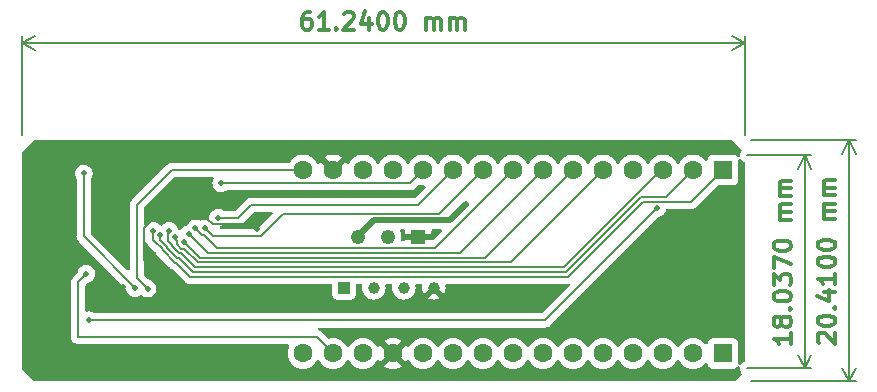
<source format=gbr>
%TF.GenerationSoftware,KiCad,Pcbnew,7.0.9*%
%TF.CreationDate,2024-02-06T13:27:41-04:00*%
%TF.ProjectId,proyecto_micro_v1,70726f79-6563-4746-9f5f-6d6963726f5f,rev?*%
%TF.SameCoordinates,Original*%
%TF.FileFunction,Copper,L2,Bot*%
%TF.FilePolarity,Positive*%
%FSLAX46Y46*%
G04 Gerber Fmt 4.6, Leading zero omitted, Abs format (unit mm)*
G04 Created by KiCad (PCBNEW 7.0.9) date 2024-02-06 13:27:41*
%MOMM*%
%LPD*%
G01*
G04 APERTURE LIST*
%ADD10C,0.300000*%
%TA.AperFunction,NonConductor*%
%ADD11C,0.300000*%
%TD*%
%TA.AperFunction,NonConductor*%
%ADD12C,0.200000*%
%TD*%
%TA.AperFunction,ComponentPad*%
%ADD13R,1.220000X1.220000*%
%TD*%
%TA.AperFunction,ComponentPad*%
%ADD14C,1.220000*%
%TD*%
%TA.AperFunction,ComponentPad*%
%ADD15R,1.605000X1.605000*%
%TD*%
%TA.AperFunction,ComponentPad*%
%ADD16C,1.605000*%
%TD*%
%TA.AperFunction,ComponentPad*%
%ADD17R,0.985000X0.985000*%
%TD*%
%TA.AperFunction,ComponentPad*%
%ADD18C,0.985000*%
%TD*%
%TA.AperFunction,ViaPad*%
%ADD19C,0.500000*%
%TD*%
%TA.AperFunction,Conductor*%
%ADD20C,0.500000*%
%TD*%
%TA.AperFunction,Conductor*%
%ADD21C,0.200000*%
%TD*%
G04 APERTURE END LIST*
D10*
D11*
X202401185Y-82683569D02*
X202329757Y-82612141D01*
X202329757Y-82612141D02*
X202258328Y-82469284D01*
X202258328Y-82469284D02*
X202258328Y-82112141D01*
X202258328Y-82112141D02*
X202329757Y-81969284D01*
X202329757Y-81969284D02*
X202401185Y-81897855D01*
X202401185Y-81897855D02*
X202544042Y-81826426D01*
X202544042Y-81826426D02*
X202686900Y-81826426D01*
X202686900Y-81826426D02*
X202901185Y-81897855D01*
X202901185Y-81897855D02*
X203758328Y-82754998D01*
X203758328Y-82754998D02*
X203758328Y-81826426D01*
X202258328Y-80897855D02*
X202258328Y-80754998D01*
X202258328Y-80754998D02*
X202329757Y-80612141D01*
X202329757Y-80612141D02*
X202401185Y-80540713D01*
X202401185Y-80540713D02*
X202544042Y-80469284D01*
X202544042Y-80469284D02*
X202829757Y-80397855D01*
X202829757Y-80397855D02*
X203186900Y-80397855D01*
X203186900Y-80397855D02*
X203472614Y-80469284D01*
X203472614Y-80469284D02*
X203615471Y-80540713D01*
X203615471Y-80540713D02*
X203686900Y-80612141D01*
X203686900Y-80612141D02*
X203758328Y-80754998D01*
X203758328Y-80754998D02*
X203758328Y-80897855D01*
X203758328Y-80897855D02*
X203686900Y-81040713D01*
X203686900Y-81040713D02*
X203615471Y-81112141D01*
X203615471Y-81112141D02*
X203472614Y-81183570D01*
X203472614Y-81183570D02*
X203186900Y-81254998D01*
X203186900Y-81254998D02*
X202829757Y-81254998D01*
X202829757Y-81254998D02*
X202544042Y-81183570D01*
X202544042Y-81183570D02*
X202401185Y-81112141D01*
X202401185Y-81112141D02*
X202329757Y-81040713D01*
X202329757Y-81040713D02*
X202258328Y-80897855D01*
X203615471Y-79754999D02*
X203686900Y-79683570D01*
X203686900Y-79683570D02*
X203758328Y-79754999D01*
X203758328Y-79754999D02*
X203686900Y-79826427D01*
X203686900Y-79826427D02*
X203615471Y-79754999D01*
X203615471Y-79754999D02*
X203758328Y-79754999D01*
X202758328Y-78397856D02*
X203758328Y-78397856D01*
X202186900Y-78754998D02*
X203258328Y-79112141D01*
X203258328Y-79112141D02*
X203258328Y-78183570D01*
X203758328Y-76826427D02*
X203758328Y-77683570D01*
X203758328Y-77254999D02*
X202258328Y-77254999D01*
X202258328Y-77254999D02*
X202472614Y-77397856D01*
X202472614Y-77397856D02*
X202615471Y-77540713D01*
X202615471Y-77540713D02*
X202686900Y-77683570D01*
X202258328Y-75897856D02*
X202258328Y-75754999D01*
X202258328Y-75754999D02*
X202329757Y-75612142D01*
X202329757Y-75612142D02*
X202401185Y-75540714D01*
X202401185Y-75540714D02*
X202544042Y-75469285D01*
X202544042Y-75469285D02*
X202829757Y-75397856D01*
X202829757Y-75397856D02*
X203186900Y-75397856D01*
X203186900Y-75397856D02*
X203472614Y-75469285D01*
X203472614Y-75469285D02*
X203615471Y-75540714D01*
X203615471Y-75540714D02*
X203686900Y-75612142D01*
X203686900Y-75612142D02*
X203758328Y-75754999D01*
X203758328Y-75754999D02*
X203758328Y-75897856D01*
X203758328Y-75897856D02*
X203686900Y-76040714D01*
X203686900Y-76040714D02*
X203615471Y-76112142D01*
X203615471Y-76112142D02*
X203472614Y-76183571D01*
X203472614Y-76183571D02*
X203186900Y-76254999D01*
X203186900Y-76254999D02*
X202829757Y-76254999D01*
X202829757Y-76254999D02*
X202544042Y-76183571D01*
X202544042Y-76183571D02*
X202401185Y-76112142D01*
X202401185Y-76112142D02*
X202329757Y-76040714D01*
X202329757Y-76040714D02*
X202258328Y-75897856D01*
X202258328Y-74469285D02*
X202258328Y-74326428D01*
X202258328Y-74326428D02*
X202329757Y-74183571D01*
X202329757Y-74183571D02*
X202401185Y-74112143D01*
X202401185Y-74112143D02*
X202544042Y-74040714D01*
X202544042Y-74040714D02*
X202829757Y-73969285D01*
X202829757Y-73969285D02*
X203186900Y-73969285D01*
X203186900Y-73969285D02*
X203472614Y-74040714D01*
X203472614Y-74040714D02*
X203615471Y-74112143D01*
X203615471Y-74112143D02*
X203686900Y-74183571D01*
X203686900Y-74183571D02*
X203758328Y-74326428D01*
X203758328Y-74326428D02*
X203758328Y-74469285D01*
X203758328Y-74469285D02*
X203686900Y-74612143D01*
X203686900Y-74612143D02*
X203615471Y-74683571D01*
X203615471Y-74683571D02*
X203472614Y-74755000D01*
X203472614Y-74755000D02*
X203186900Y-74826428D01*
X203186900Y-74826428D02*
X202829757Y-74826428D01*
X202829757Y-74826428D02*
X202544042Y-74755000D01*
X202544042Y-74755000D02*
X202401185Y-74683571D01*
X202401185Y-74683571D02*
X202329757Y-74612143D01*
X202329757Y-74612143D02*
X202258328Y-74469285D01*
X203758328Y-72183572D02*
X202758328Y-72183572D01*
X202901185Y-72183572D02*
X202829757Y-72112143D01*
X202829757Y-72112143D02*
X202758328Y-71969286D01*
X202758328Y-71969286D02*
X202758328Y-71755000D01*
X202758328Y-71755000D02*
X202829757Y-71612143D01*
X202829757Y-71612143D02*
X202972614Y-71540715D01*
X202972614Y-71540715D02*
X203758328Y-71540715D01*
X202972614Y-71540715D02*
X202829757Y-71469286D01*
X202829757Y-71469286D02*
X202758328Y-71326429D01*
X202758328Y-71326429D02*
X202758328Y-71112143D01*
X202758328Y-71112143D02*
X202829757Y-70969286D01*
X202829757Y-70969286D02*
X202972614Y-70897857D01*
X202972614Y-70897857D02*
X203758328Y-70897857D01*
X203758328Y-70183572D02*
X202758328Y-70183572D01*
X202901185Y-70183572D02*
X202829757Y-70112143D01*
X202829757Y-70112143D02*
X202758328Y-69969286D01*
X202758328Y-69969286D02*
X202758328Y-69755000D01*
X202758328Y-69755000D02*
X202829757Y-69612143D01*
X202829757Y-69612143D02*
X202972614Y-69540715D01*
X202972614Y-69540715D02*
X203758328Y-69540715D01*
X202972614Y-69540715D02*
X202829757Y-69469286D01*
X202829757Y-69469286D02*
X202758328Y-69326429D01*
X202758328Y-69326429D02*
X202758328Y-69112143D01*
X202758328Y-69112143D02*
X202829757Y-68969286D01*
X202829757Y-68969286D02*
X202972614Y-68897857D01*
X202972614Y-68897857D02*
X203758328Y-68897857D01*
D12*
X196640000Y-85960000D02*
X205466420Y-85960000D01*
X196640000Y-65550000D02*
X205466420Y-65550000D01*
X204880000Y-85960000D02*
X204880000Y-65550000D01*
X204880000Y-85960000D02*
X204880000Y-65550000D01*
X204880000Y-85960000D02*
X204293579Y-84833496D01*
X204880000Y-85960000D02*
X205466421Y-84833496D01*
X204880000Y-65550000D02*
X205466421Y-66676504D01*
X204880000Y-65550000D02*
X204293579Y-66676504D01*
D10*
D11*
X200028328Y-81892926D02*
X200028328Y-82750069D01*
X200028328Y-82321498D02*
X198528328Y-82321498D01*
X198528328Y-82321498D02*
X198742614Y-82464355D01*
X198742614Y-82464355D02*
X198885471Y-82607212D01*
X198885471Y-82607212D02*
X198956900Y-82750069D01*
X199171185Y-81035784D02*
X199099757Y-81178641D01*
X199099757Y-81178641D02*
X199028328Y-81250070D01*
X199028328Y-81250070D02*
X198885471Y-81321498D01*
X198885471Y-81321498D02*
X198814042Y-81321498D01*
X198814042Y-81321498D02*
X198671185Y-81250070D01*
X198671185Y-81250070D02*
X198599757Y-81178641D01*
X198599757Y-81178641D02*
X198528328Y-81035784D01*
X198528328Y-81035784D02*
X198528328Y-80750070D01*
X198528328Y-80750070D02*
X198599757Y-80607213D01*
X198599757Y-80607213D02*
X198671185Y-80535784D01*
X198671185Y-80535784D02*
X198814042Y-80464355D01*
X198814042Y-80464355D02*
X198885471Y-80464355D01*
X198885471Y-80464355D02*
X199028328Y-80535784D01*
X199028328Y-80535784D02*
X199099757Y-80607213D01*
X199099757Y-80607213D02*
X199171185Y-80750070D01*
X199171185Y-80750070D02*
X199171185Y-81035784D01*
X199171185Y-81035784D02*
X199242614Y-81178641D01*
X199242614Y-81178641D02*
X199314042Y-81250070D01*
X199314042Y-81250070D02*
X199456900Y-81321498D01*
X199456900Y-81321498D02*
X199742614Y-81321498D01*
X199742614Y-81321498D02*
X199885471Y-81250070D01*
X199885471Y-81250070D02*
X199956900Y-81178641D01*
X199956900Y-81178641D02*
X200028328Y-81035784D01*
X200028328Y-81035784D02*
X200028328Y-80750070D01*
X200028328Y-80750070D02*
X199956900Y-80607213D01*
X199956900Y-80607213D02*
X199885471Y-80535784D01*
X199885471Y-80535784D02*
X199742614Y-80464355D01*
X199742614Y-80464355D02*
X199456900Y-80464355D01*
X199456900Y-80464355D02*
X199314042Y-80535784D01*
X199314042Y-80535784D02*
X199242614Y-80607213D01*
X199242614Y-80607213D02*
X199171185Y-80750070D01*
X199885471Y-79821499D02*
X199956900Y-79750070D01*
X199956900Y-79750070D02*
X200028328Y-79821499D01*
X200028328Y-79821499D02*
X199956900Y-79892927D01*
X199956900Y-79892927D02*
X199885471Y-79821499D01*
X199885471Y-79821499D02*
X200028328Y-79821499D01*
X198528328Y-78821498D02*
X198528328Y-78678641D01*
X198528328Y-78678641D02*
X198599757Y-78535784D01*
X198599757Y-78535784D02*
X198671185Y-78464356D01*
X198671185Y-78464356D02*
X198814042Y-78392927D01*
X198814042Y-78392927D02*
X199099757Y-78321498D01*
X199099757Y-78321498D02*
X199456900Y-78321498D01*
X199456900Y-78321498D02*
X199742614Y-78392927D01*
X199742614Y-78392927D02*
X199885471Y-78464356D01*
X199885471Y-78464356D02*
X199956900Y-78535784D01*
X199956900Y-78535784D02*
X200028328Y-78678641D01*
X200028328Y-78678641D02*
X200028328Y-78821498D01*
X200028328Y-78821498D02*
X199956900Y-78964356D01*
X199956900Y-78964356D02*
X199885471Y-79035784D01*
X199885471Y-79035784D02*
X199742614Y-79107213D01*
X199742614Y-79107213D02*
X199456900Y-79178641D01*
X199456900Y-79178641D02*
X199099757Y-79178641D01*
X199099757Y-79178641D02*
X198814042Y-79107213D01*
X198814042Y-79107213D02*
X198671185Y-79035784D01*
X198671185Y-79035784D02*
X198599757Y-78964356D01*
X198599757Y-78964356D02*
X198528328Y-78821498D01*
X198528328Y-77821499D02*
X198528328Y-76892927D01*
X198528328Y-76892927D02*
X199099757Y-77392927D01*
X199099757Y-77392927D02*
X199099757Y-77178642D01*
X199099757Y-77178642D02*
X199171185Y-77035785D01*
X199171185Y-77035785D02*
X199242614Y-76964356D01*
X199242614Y-76964356D02*
X199385471Y-76892927D01*
X199385471Y-76892927D02*
X199742614Y-76892927D01*
X199742614Y-76892927D02*
X199885471Y-76964356D01*
X199885471Y-76964356D02*
X199956900Y-77035785D01*
X199956900Y-77035785D02*
X200028328Y-77178642D01*
X200028328Y-77178642D02*
X200028328Y-77607213D01*
X200028328Y-77607213D02*
X199956900Y-77750070D01*
X199956900Y-77750070D02*
X199885471Y-77821499D01*
X198528328Y-76392928D02*
X198528328Y-75392928D01*
X198528328Y-75392928D02*
X200028328Y-76035785D01*
X198528328Y-74535785D02*
X198528328Y-74392928D01*
X198528328Y-74392928D02*
X198599757Y-74250071D01*
X198599757Y-74250071D02*
X198671185Y-74178643D01*
X198671185Y-74178643D02*
X198814042Y-74107214D01*
X198814042Y-74107214D02*
X199099757Y-74035785D01*
X199099757Y-74035785D02*
X199456900Y-74035785D01*
X199456900Y-74035785D02*
X199742614Y-74107214D01*
X199742614Y-74107214D02*
X199885471Y-74178643D01*
X199885471Y-74178643D02*
X199956900Y-74250071D01*
X199956900Y-74250071D02*
X200028328Y-74392928D01*
X200028328Y-74392928D02*
X200028328Y-74535785D01*
X200028328Y-74535785D02*
X199956900Y-74678643D01*
X199956900Y-74678643D02*
X199885471Y-74750071D01*
X199885471Y-74750071D02*
X199742614Y-74821500D01*
X199742614Y-74821500D02*
X199456900Y-74892928D01*
X199456900Y-74892928D02*
X199099757Y-74892928D01*
X199099757Y-74892928D02*
X198814042Y-74821500D01*
X198814042Y-74821500D02*
X198671185Y-74750071D01*
X198671185Y-74750071D02*
X198599757Y-74678643D01*
X198599757Y-74678643D02*
X198528328Y-74535785D01*
X200028328Y-72250072D02*
X199028328Y-72250072D01*
X199171185Y-72250072D02*
X199099757Y-72178643D01*
X199099757Y-72178643D02*
X199028328Y-72035786D01*
X199028328Y-72035786D02*
X199028328Y-71821500D01*
X199028328Y-71821500D02*
X199099757Y-71678643D01*
X199099757Y-71678643D02*
X199242614Y-71607215D01*
X199242614Y-71607215D02*
X200028328Y-71607215D01*
X199242614Y-71607215D02*
X199099757Y-71535786D01*
X199099757Y-71535786D02*
X199028328Y-71392929D01*
X199028328Y-71392929D02*
X199028328Y-71178643D01*
X199028328Y-71178643D02*
X199099757Y-71035786D01*
X199099757Y-71035786D02*
X199242614Y-70964357D01*
X199242614Y-70964357D02*
X200028328Y-70964357D01*
X200028328Y-70250072D02*
X199028328Y-70250072D01*
X199171185Y-70250072D02*
X199099757Y-70178643D01*
X199099757Y-70178643D02*
X199028328Y-70035786D01*
X199028328Y-70035786D02*
X199028328Y-69821500D01*
X199028328Y-69821500D02*
X199099757Y-69678643D01*
X199099757Y-69678643D02*
X199242614Y-69607215D01*
X199242614Y-69607215D02*
X200028328Y-69607215D01*
X199242614Y-69607215D02*
X199099757Y-69535786D01*
X199099757Y-69535786D02*
X199028328Y-69392929D01*
X199028328Y-69392929D02*
X199028328Y-69178643D01*
X199028328Y-69178643D02*
X199099757Y-69035786D01*
X199099757Y-69035786D02*
X199242614Y-68964357D01*
X199242614Y-68964357D02*
X200028328Y-68964357D01*
D12*
X196272000Y-66803000D02*
X201736420Y-66803000D01*
X196272000Y-84840000D02*
X201736420Y-84840000D01*
X201150000Y-66803000D02*
X201150000Y-84840000D01*
X201150000Y-66803000D02*
X201150000Y-84840000D01*
X201150000Y-66803000D02*
X201736421Y-67929504D01*
X201150000Y-66803000D02*
X200563579Y-67929504D01*
X201150000Y-84840000D02*
X200563579Y-83713496D01*
X201150000Y-84840000D02*
X201736421Y-83713496D01*
D10*
D11*
X159305716Y-54668328D02*
X159020001Y-54668328D01*
X159020001Y-54668328D02*
X158877144Y-54739757D01*
X158877144Y-54739757D02*
X158805716Y-54811185D01*
X158805716Y-54811185D02*
X158662858Y-55025471D01*
X158662858Y-55025471D02*
X158591430Y-55311185D01*
X158591430Y-55311185D02*
X158591430Y-55882614D01*
X158591430Y-55882614D02*
X158662858Y-56025471D01*
X158662858Y-56025471D02*
X158734287Y-56096900D01*
X158734287Y-56096900D02*
X158877144Y-56168328D01*
X158877144Y-56168328D02*
X159162858Y-56168328D01*
X159162858Y-56168328D02*
X159305716Y-56096900D01*
X159305716Y-56096900D02*
X159377144Y-56025471D01*
X159377144Y-56025471D02*
X159448573Y-55882614D01*
X159448573Y-55882614D02*
X159448573Y-55525471D01*
X159448573Y-55525471D02*
X159377144Y-55382614D01*
X159377144Y-55382614D02*
X159305716Y-55311185D01*
X159305716Y-55311185D02*
X159162858Y-55239757D01*
X159162858Y-55239757D02*
X158877144Y-55239757D01*
X158877144Y-55239757D02*
X158734287Y-55311185D01*
X158734287Y-55311185D02*
X158662858Y-55382614D01*
X158662858Y-55382614D02*
X158591430Y-55525471D01*
X160877144Y-56168328D02*
X160020001Y-56168328D01*
X160448572Y-56168328D02*
X160448572Y-54668328D01*
X160448572Y-54668328D02*
X160305715Y-54882614D01*
X160305715Y-54882614D02*
X160162858Y-55025471D01*
X160162858Y-55025471D02*
X160020001Y-55096900D01*
X161520000Y-56025471D02*
X161591429Y-56096900D01*
X161591429Y-56096900D02*
X161520000Y-56168328D01*
X161520000Y-56168328D02*
X161448572Y-56096900D01*
X161448572Y-56096900D02*
X161520000Y-56025471D01*
X161520000Y-56025471D02*
X161520000Y-56168328D01*
X162162858Y-54811185D02*
X162234286Y-54739757D01*
X162234286Y-54739757D02*
X162377144Y-54668328D01*
X162377144Y-54668328D02*
X162734286Y-54668328D01*
X162734286Y-54668328D02*
X162877144Y-54739757D01*
X162877144Y-54739757D02*
X162948572Y-54811185D01*
X162948572Y-54811185D02*
X163020001Y-54954042D01*
X163020001Y-54954042D02*
X163020001Y-55096900D01*
X163020001Y-55096900D02*
X162948572Y-55311185D01*
X162948572Y-55311185D02*
X162091429Y-56168328D01*
X162091429Y-56168328D02*
X163020001Y-56168328D01*
X164305715Y-55168328D02*
X164305715Y-56168328D01*
X163948572Y-54596900D02*
X163591429Y-55668328D01*
X163591429Y-55668328D02*
X164520000Y-55668328D01*
X165377143Y-54668328D02*
X165520000Y-54668328D01*
X165520000Y-54668328D02*
X165662857Y-54739757D01*
X165662857Y-54739757D02*
X165734286Y-54811185D01*
X165734286Y-54811185D02*
X165805714Y-54954042D01*
X165805714Y-54954042D02*
X165877143Y-55239757D01*
X165877143Y-55239757D02*
X165877143Y-55596900D01*
X165877143Y-55596900D02*
X165805714Y-55882614D01*
X165805714Y-55882614D02*
X165734286Y-56025471D01*
X165734286Y-56025471D02*
X165662857Y-56096900D01*
X165662857Y-56096900D02*
X165520000Y-56168328D01*
X165520000Y-56168328D02*
X165377143Y-56168328D01*
X165377143Y-56168328D02*
X165234286Y-56096900D01*
X165234286Y-56096900D02*
X165162857Y-56025471D01*
X165162857Y-56025471D02*
X165091428Y-55882614D01*
X165091428Y-55882614D02*
X165020000Y-55596900D01*
X165020000Y-55596900D02*
X165020000Y-55239757D01*
X165020000Y-55239757D02*
X165091428Y-54954042D01*
X165091428Y-54954042D02*
X165162857Y-54811185D01*
X165162857Y-54811185D02*
X165234286Y-54739757D01*
X165234286Y-54739757D02*
X165377143Y-54668328D01*
X166805714Y-54668328D02*
X166948571Y-54668328D01*
X166948571Y-54668328D02*
X167091428Y-54739757D01*
X167091428Y-54739757D02*
X167162857Y-54811185D01*
X167162857Y-54811185D02*
X167234285Y-54954042D01*
X167234285Y-54954042D02*
X167305714Y-55239757D01*
X167305714Y-55239757D02*
X167305714Y-55596900D01*
X167305714Y-55596900D02*
X167234285Y-55882614D01*
X167234285Y-55882614D02*
X167162857Y-56025471D01*
X167162857Y-56025471D02*
X167091428Y-56096900D01*
X167091428Y-56096900D02*
X166948571Y-56168328D01*
X166948571Y-56168328D02*
X166805714Y-56168328D01*
X166805714Y-56168328D02*
X166662857Y-56096900D01*
X166662857Y-56096900D02*
X166591428Y-56025471D01*
X166591428Y-56025471D02*
X166519999Y-55882614D01*
X166519999Y-55882614D02*
X166448571Y-55596900D01*
X166448571Y-55596900D02*
X166448571Y-55239757D01*
X166448571Y-55239757D02*
X166519999Y-54954042D01*
X166519999Y-54954042D02*
X166591428Y-54811185D01*
X166591428Y-54811185D02*
X166662857Y-54739757D01*
X166662857Y-54739757D02*
X166805714Y-54668328D01*
X169091427Y-56168328D02*
X169091427Y-55168328D01*
X169091427Y-55311185D02*
X169162856Y-55239757D01*
X169162856Y-55239757D02*
X169305713Y-55168328D01*
X169305713Y-55168328D02*
X169519999Y-55168328D01*
X169519999Y-55168328D02*
X169662856Y-55239757D01*
X169662856Y-55239757D02*
X169734285Y-55382614D01*
X169734285Y-55382614D02*
X169734285Y-56168328D01*
X169734285Y-55382614D02*
X169805713Y-55239757D01*
X169805713Y-55239757D02*
X169948570Y-55168328D01*
X169948570Y-55168328D02*
X170162856Y-55168328D01*
X170162856Y-55168328D02*
X170305713Y-55239757D01*
X170305713Y-55239757D02*
X170377142Y-55382614D01*
X170377142Y-55382614D02*
X170377142Y-56168328D01*
X171091427Y-56168328D02*
X171091427Y-55168328D01*
X171091427Y-55311185D02*
X171162856Y-55239757D01*
X171162856Y-55239757D02*
X171305713Y-55168328D01*
X171305713Y-55168328D02*
X171519999Y-55168328D01*
X171519999Y-55168328D02*
X171662856Y-55239757D01*
X171662856Y-55239757D02*
X171734285Y-55382614D01*
X171734285Y-55382614D02*
X171734285Y-56168328D01*
X171734285Y-55382614D02*
X171805713Y-55239757D01*
X171805713Y-55239757D02*
X171948570Y-55168328D01*
X171948570Y-55168328D02*
X172162856Y-55168328D01*
X172162856Y-55168328D02*
X172305713Y-55239757D01*
X172305713Y-55239757D02*
X172377142Y-55382614D01*
X172377142Y-55382614D02*
X172377142Y-56168328D01*
D12*
X134900000Y-65050000D02*
X134900000Y-56703580D01*
X196140000Y-65050000D02*
X196140000Y-56703580D01*
X134900000Y-57290000D02*
X196140000Y-57290000D01*
X134900000Y-57290000D02*
X196140000Y-57290000D01*
X134900000Y-57290000D02*
X136026504Y-56703579D01*
X134900000Y-57290000D02*
X136026504Y-57876421D01*
X196140000Y-57290000D02*
X195013496Y-57876421D01*
X196140000Y-57290000D02*
X195013496Y-56703579D01*
D13*
%TO.P,J1,01,01*%
%TO.N,GND*%
X168442500Y-73690000D03*
D14*
%TO.P,J1,02,02*%
%TO.N,Net-(J1-Pad02)*%
X165902500Y-73690000D03*
%TO.P,J1,03,03*%
%TO.N,+3V3*%
X163362500Y-73690000D03*
%TD*%
D15*
%TO.P,J4,1,1*%
%TO.N,PB7*%
X194252000Y-68053000D03*
D16*
%TO.P,J4,2,2*%
%TO.N,PB6*%
X191712000Y-68053000D03*
%TO.P,J4,3,3*%
%TO.N,PB5*%
X189172000Y-68053000D03*
%TO.P,J4,4,4*%
%TO.N,ADC*%
X186632000Y-68053000D03*
%TO.P,J4,5,5*%
%TO.N,LIM_R*%
X184092000Y-68053000D03*
%TO.P,J4,6,6*%
%TO.N,LIM_L*%
X181552000Y-68053000D03*
%TO.P,J4,7,7*%
%TO.N,M_1*%
X179012000Y-68053000D03*
%TO.P,J4,8,8*%
%TO.N,M_0*%
X176472000Y-68053000D03*
%TO.P,J4,9,9*%
%TO.N,PC11*%
X173932000Y-68053000D03*
%TO.P,J4,10,10*%
%TO.N,PC10*%
X171392000Y-68053000D03*
%TO.P,J4,11,11*%
%TO.N,RECEPTORA*%
X168852000Y-68053000D03*
%TO.P,J4,12,12*%
%TO.N,+5V*%
X166312000Y-68053000D03*
%TO.P,J4,13,13*%
%TO.N,PA0*%
X163772000Y-68053000D03*
%TO.P,J4,14,14*%
%TO.N,GND*%
X161232000Y-68053000D03*
%TO.P,J4,15,15*%
%TO.N,PA1*%
X158692000Y-68053000D03*
%TD*%
D17*
%TO.P,J2,01,01*%
%TO.N,+5V*%
X162150000Y-78040000D03*
D18*
%TO.P,J2,02,02*%
%TO.N,SWDIO*%
X164690000Y-78040000D03*
%TO.P,J2,03,03*%
%TO.N,SWCLK*%
X167230000Y-78040000D03*
%TO.P,J2,04,04*%
%TO.N,GND*%
X169770000Y-78040000D03*
%TD*%
D15*
%TO.P,J3,1,1*%
%TO.N,+3V3*%
X194250000Y-83590000D03*
D16*
%TO.P,J3,2,2*%
%TO.N,PB9*%
X191710000Y-83590000D03*
%TO.P,J3,3,3*%
%TO.N,PB8*%
X189170000Y-83590000D03*
%TO.P,J3,4,4*%
%TO.N,PA13*%
X186630000Y-83590000D03*
%TO.P,J3,5,5*%
%TO.N,PA11*%
X184090000Y-83590000D03*
%TO.P,J3,6,6*%
%TO.N,PA10*%
X181550000Y-83590000D03*
%TO.P,J3,7,7*%
%TO.N,PA9*%
X179010000Y-83590000D03*
%TO.P,J3,8,8*%
%TO.N,PA8*%
X176470000Y-83590000D03*
%TO.P,J3,9,9*%
%TO.N,PC9*%
X173930000Y-83590000D03*
%TO.P,J3,10,10*%
%TO.N,PC8*%
X171390000Y-83590000D03*
%TO.P,J3,11,11*%
%TO.N,PC7*%
X168850000Y-83590000D03*
%TO.P,J3,12,12*%
%TO.N,GND*%
X166310000Y-83590000D03*
%TO.P,J3,13,13*%
%TO.N,NRST*%
X163770000Y-83590000D03*
%TO.P,J3,14,14*%
X161230000Y-83590000D03*
%TO.P,J3,15,15*%
%TO.N,PC6*%
X158690000Y-83590000D03*
%TD*%
D19*
%TO.N,+3V3*%
X172478781Y-70976921D03*
%TO.N,GND*%
X190400000Y-77120000D03*
X154820004Y-73039998D03*
X143420000Y-77970000D03*
X138530000Y-83030000D03*
X135670000Y-73790000D03*
X146980000Y-85170000D03*
X143510010Y-71810005D03*
X136640000Y-78190000D03*
%TO.N,NRST*%
X140340000Y-76860000D03*
%TO.N,RECEPTORA*%
X151770000Y-69190000D03*
%TO.N,M_0*%
X149580644Y-73000957D03*
%TO.N,M_1*%
X149013150Y-73491318D03*
%TO.N,LIM_L*%
X148589176Y-74109986D03*
%TO.N,LIM_R*%
X147813853Y-73768891D03*
%TO.N,PC10*%
X151498613Y-72090500D03*
%TO.N,PC11*%
X150417983Y-72989766D03*
%TO.N,PB5*%
X147350470Y-73190615D03*
%TO.N,PB6*%
X146613853Y-73551935D03*
%TO.N,PB7*%
X145980000Y-73181431D03*
%TO.N,ADC*%
X188690000Y-71290000D03*
X140530000Y-80790000D03*
%TO.N,PA0*%
X140110000Y-68350000D03*
X144470000Y-78040000D03*
%TO.N,PA1*%
X145520000Y-78090000D03*
%TD*%
D20*
%TO.N,+3V3*%
X171111601Y-72320000D02*
X172474680Y-70956921D01*
X163358399Y-73670000D02*
X164708399Y-72320000D01*
X164708399Y-72320000D02*
X171111601Y-72320000D01*
D21*
%TO.N,GND*%
X151680000Y-72640000D02*
X154420006Y-72640000D01*
X151880000Y-72640000D02*
X151027818Y-72640000D01*
X145200000Y-75680000D02*
X149030000Y-79510000D01*
X145200000Y-72971471D02*
X145200000Y-75680000D01*
X154420006Y-72640000D02*
X154820004Y-73039998D01*
X145991471Y-72180000D02*
X145200000Y-72971471D01*
X151027818Y-72640000D02*
X150567818Y-72180000D01*
X150567818Y-72180000D02*
X145991471Y-72180000D01*
%TO.N,NRST*%
X161230000Y-83590000D02*
X159860000Y-82220000D01*
X139660000Y-82210000D02*
X139660000Y-77550000D01*
X140340000Y-76870000D02*
X140340000Y-76860000D01*
X159860000Y-82220000D02*
X139670000Y-82220000D01*
X139670000Y-82220000D02*
X139660000Y-82210000D01*
X139660000Y-77550000D02*
X140340000Y-76870000D01*
%TO.N,RECEPTORA*%
X168852000Y-68053000D02*
X167715000Y-69190000D01*
X167715000Y-69190000D02*
X151770000Y-69190000D01*
%TO.N,M_0*%
X176472000Y-68053000D02*
X169844998Y-74680002D01*
X169844998Y-74680002D02*
X151370761Y-74680002D01*
X151370761Y-74680002D02*
X150280525Y-73589766D01*
X150169454Y-73589766D02*
X149580644Y-73000957D01*
X150280525Y-73589766D02*
X150169454Y-73589766D01*
%TO.N,M_1*%
X150601833Y-75080001D02*
X149013150Y-73491318D01*
X179012000Y-68053000D02*
X171984999Y-75080001D01*
X171984999Y-75080001D02*
X150601833Y-75080001D01*
%TO.N,LIM_L*%
X174125000Y-75480000D02*
X149959190Y-75480000D01*
X181552000Y-68053000D02*
X174125000Y-75480000D01*
X149959190Y-75480000D02*
X148589176Y-74109986D01*
%TO.N,LIM_R*%
X148599986Y-74709986D02*
X148340647Y-74709986D01*
X147813853Y-73923853D02*
X147813853Y-73768891D01*
X184092000Y-68053000D02*
X176265000Y-75880000D01*
X147989176Y-74099176D02*
X147813853Y-73923853D01*
X148340647Y-74709986D02*
X147989176Y-74358515D01*
X176265000Y-75880000D02*
X149770000Y-75880000D01*
X149770000Y-75880000D02*
X148599986Y-74709986D01*
X147989176Y-74358515D02*
X147989176Y-74099176D01*
%TO.N,PC10*%
X151498613Y-72090500D02*
X151523899Y-72115786D01*
X153195685Y-72115786D02*
X154321471Y-70990000D01*
X151523899Y-72115786D02*
X153195685Y-72115786D01*
X168455000Y-70990000D02*
X171392000Y-68053000D01*
X154321471Y-70990000D02*
X168455000Y-70990000D01*
%TO.N,PC11*%
X170215000Y-71770000D02*
X156988527Y-71770000D01*
X155118529Y-73639998D02*
X151068215Y-73639998D01*
X173932000Y-68053000D02*
X170215000Y-71770000D01*
X156988527Y-71770000D02*
X155118529Y-73639998D01*
X151068215Y-73639998D02*
X150417983Y-72989766D01*
%TO.N,PB5*%
X149604309Y-76279994D02*
X149560360Y-76279994D01*
X147277423Y-73263662D02*
X147350470Y-73190615D01*
X189172000Y-68053000D02*
X188977101Y-68053000D01*
X147277423Y-73456792D02*
X147277423Y-73263662D01*
X180750107Y-76279994D02*
X176430692Y-76279994D01*
X147589176Y-74524200D02*
X147589176Y-74418494D01*
X147213853Y-74017420D02*
X147213853Y-73520362D01*
X147589176Y-74418494D02*
X147277423Y-74106741D01*
X176430692Y-76279994D02*
X176430685Y-76280000D01*
X188977101Y-68053000D02*
X180750107Y-76279994D01*
X148390352Y-75109986D02*
X148174961Y-75109986D01*
X176430685Y-76280000D02*
X149604314Y-76280000D01*
X148174961Y-75109986D02*
X147589176Y-74524200D01*
X147277423Y-74080990D02*
X147213853Y-74017420D01*
X149604314Y-76280000D02*
X149604309Y-76279994D01*
X147277423Y-74106741D02*
X147277423Y-74080990D01*
X149560360Y-76279994D02*
X148390352Y-75109986D01*
X147213853Y-73520362D02*
X147277423Y-73456792D01*
%TO.N,PB6*%
X147189176Y-74584180D02*
X146613853Y-74008856D01*
X187265787Y-70330000D02*
X180915786Y-76680000D01*
X149394681Y-76680000D02*
X148224667Y-75509986D01*
X148009275Y-75509985D02*
X147189176Y-74689885D01*
X148224667Y-75509986D02*
X148009275Y-75509985D01*
X189435000Y-70330000D02*
X187265787Y-70330000D01*
X147189176Y-74689885D02*
X147189176Y-74584180D01*
X180915786Y-76680000D02*
X149394681Y-76680000D01*
X146613853Y-74008856D02*
X146613853Y-73551935D01*
X191712000Y-68053000D02*
X189435000Y-70330000D01*
%TO.N,PB7*%
X181084314Y-77080000D02*
X149119309Y-77080000D01*
X187434314Y-70730000D02*
X181084314Y-77080000D01*
X147843588Y-75909984D02*
X146789176Y-74855570D01*
X146789176Y-74749867D02*
X145980000Y-73940691D01*
X194252000Y-68053000D02*
X191575000Y-70730000D01*
X146789176Y-74855570D02*
X146789176Y-74749867D01*
X191575000Y-70730000D02*
X187434314Y-70730000D01*
X147949294Y-75909985D02*
X147843588Y-75909984D01*
X149119309Y-77080000D02*
X147949294Y-75909985D01*
X145980000Y-73940691D02*
X145980000Y-73181431D01*
%TO.N,ADC*%
X179190000Y-80790000D02*
X188690000Y-71290000D01*
X140530000Y-80790000D02*
X179190000Y-80790000D01*
%TO.N,PA0*%
X140110000Y-73680000D02*
X144470000Y-78040000D01*
X140110000Y-68350000D02*
X140110000Y-73680000D01*
%TO.N,PA1*%
X144620000Y-71010000D02*
X147577000Y-68053000D01*
X145520000Y-78090000D02*
X144620000Y-77190000D01*
X144620000Y-77190000D02*
X144620000Y-71010000D01*
X147577000Y-68053000D02*
X158692000Y-68053000D01*
%TD*%
%TA.AperFunction,Conductor*%
%TO.N,GND*%
G36*
X195065469Y-65570185D02*
G01*
X195086111Y-65586819D01*
X195779976Y-66280683D01*
X195813461Y-66342006D01*
X195808477Y-66411697D01*
X195790671Y-66443850D01*
X195747464Y-66500157D01*
X195686956Y-66646237D01*
X195686955Y-66646239D01*
X195666318Y-66802998D01*
X195666318Y-66803001D01*
X195673074Y-66854318D01*
X195662308Y-66923353D01*
X195615928Y-66975609D01*
X195548659Y-66994494D01*
X195481859Y-66974013D01*
X195450869Y-66944814D01*
X195412047Y-66892955D01*
X195412044Y-66892952D01*
X195296835Y-66806706D01*
X195296828Y-66806702D01*
X195161982Y-66756408D01*
X195161983Y-66756408D01*
X195102383Y-66750001D01*
X195102381Y-66750000D01*
X195102373Y-66750000D01*
X195102364Y-66750000D01*
X193401629Y-66750000D01*
X193401623Y-66750001D01*
X193342016Y-66756408D01*
X193207171Y-66806702D01*
X193207164Y-66806706D01*
X193091955Y-66892952D01*
X193091952Y-66892955D01*
X193005706Y-67008164D01*
X193005702Y-67008171D01*
X192955408Y-67143016D01*
X192952143Y-67173390D01*
X192925405Y-67237941D01*
X192868012Y-67277789D01*
X192798187Y-67280282D01*
X192738098Y-67244629D01*
X192727279Y-67231258D01*
X192715020Y-67213750D01*
X192713969Y-67212249D01*
X192552751Y-67051031D01*
X192552747Y-67051028D01*
X192552746Y-67051027D01*
X192365993Y-66920261D01*
X192365989Y-66920259D01*
X192307433Y-66892954D01*
X192159354Y-66823904D01*
X192159351Y-66823903D01*
X192159349Y-66823902D01*
X191939129Y-66764894D01*
X191939122Y-66764893D01*
X191712002Y-66745023D01*
X191711998Y-66745023D01*
X191484877Y-66764893D01*
X191484870Y-66764894D01*
X191264642Y-66823905D01*
X191058013Y-66920258D01*
X191058011Y-66920259D01*
X190871246Y-67051032D01*
X190710032Y-67212246D01*
X190579259Y-67399011D01*
X190579258Y-67399013D01*
X190554382Y-67452361D01*
X190508209Y-67504800D01*
X190441016Y-67523952D01*
X190374135Y-67503736D01*
X190329618Y-67452361D01*
X190327266Y-67447317D01*
X190304741Y-67399012D01*
X190187296Y-67231282D01*
X190173970Y-67212250D01*
X190104736Y-67143016D01*
X190012751Y-67051031D01*
X190012747Y-67051028D01*
X190012746Y-67051027D01*
X189825993Y-66920261D01*
X189825989Y-66920259D01*
X189767433Y-66892954D01*
X189619354Y-66823904D01*
X189619351Y-66823903D01*
X189619349Y-66823902D01*
X189399129Y-66764894D01*
X189399122Y-66764893D01*
X189172002Y-66745023D01*
X189171998Y-66745023D01*
X188944877Y-66764893D01*
X188944870Y-66764894D01*
X188724642Y-66823905D01*
X188518013Y-66920258D01*
X188518011Y-66920259D01*
X188331246Y-67051032D01*
X188170032Y-67212246D01*
X188039259Y-67399011D01*
X188039258Y-67399013D01*
X188014382Y-67452361D01*
X187968209Y-67504800D01*
X187901016Y-67523952D01*
X187834135Y-67503736D01*
X187789618Y-67452361D01*
X187787266Y-67447317D01*
X187764741Y-67399012D01*
X187647296Y-67231282D01*
X187633970Y-67212250D01*
X187564736Y-67143016D01*
X187472751Y-67051031D01*
X187472747Y-67051028D01*
X187472746Y-67051027D01*
X187285993Y-66920261D01*
X187285989Y-66920259D01*
X187227433Y-66892954D01*
X187079354Y-66823904D01*
X187079351Y-66823903D01*
X187079349Y-66823902D01*
X186859129Y-66764894D01*
X186859122Y-66764893D01*
X186632002Y-66745023D01*
X186631998Y-66745023D01*
X186404877Y-66764893D01*
X186404870Y-66764894D01*
X186184642Y-66823905D01*
X185978013Y-66920258D01*
X185978011Y-66920259D01*
X185791246Y-67051032D01*
X185630032Y-67212246D01*
X185499259Y-67399011D01*
X185499258Y-67399013D01*
X185474382Y-67452361D01*
X185428209Y-67504800D01*
X185361016Y-67523952D01*
X185294135Y-67503736D01*
X185249618Y-67452361D01*
X185247266Y-67447317D01*
X185224741Y-67399012D01*
X185107296Y-67231282D01*
X185093970Y-67212250D01*
X185024736Y-67143016D01*
X184932751Y-67051031D01*
X184932747Y-67051028D01*
X184932746Y-67051027D01*
X184745993Y-66920261D01*
X184745989Y-66920259D01*
X184687433Y-66892954D01*
X184539354Y-66823904D01*
X184539351Y-66823903D01*
X184539349Y-66823902D01*
X184319129Y-66764894D01*
X184319122Y-66764893D01*
X184092002Y-66745023D01*
X184091998Y-66745023D01*
X183864877Y-66764893D01*
X183864870Y-66764894D01*
X183644642Y-66823905D01*
X183438013Y-66920258D01*
X183438011Y-66920259D01*
X183251246Y-67051032D01*
X183090032Y-67212246D01*
X182959259Y-67399011D01*
X182959258Y-67399013D01*
X182934382Y-67452361D01*
X182888209Y-67504800D01*
X182821016Y-67523952D01*
X182754135Y-67503736D01*
X182709618Y-67452361D01*
X182707266Y-67447317D01*
X182684741Y-67399012D01*
X182567296Y-67231282D01*
X182553970Y-67212250D01*
X182484736Y-67143016D01*
X182392751Y-67051031D01*
X182392747Y-67051028D01*
X182392746Y-67051027D01*
X182205993Y-66920261D01*
X182205989Y-66920259D01*
X182147433Y-66892954D01*
X181999354Y-66823904D01*
X181999351Y-66823903D01*
X181999349Y-66823902D01*
X181779129Y-66764894D01*
X181779122Y-66764893D01*
X181552002Y-66745023D01*
X181551998Y-66745023D01*
X181324877Y-66764893D01*
X181324870Y-66764894D01*
X181104642Y-66823905D01*
X180898013Y-66920258D01*
X180898011Y-66920259D01*
X180711246Y-67051032D01*
X180550032Y-67212246D01*
X180419259Y-67399011D01*
X180419258Y-67399013D01*
X180394382Y-67452361D01*
X180348209Y-67504800D01*
X180281016Y-67523952D01*
X180214135Y-67503736D01*
X180169618Y-67452361D01*
X180167266Y-67447317D01*
X180144741Y-67399012D01*
X180027296Y-67231282D01*
X180013970Y-67212250D01*
X179944736Y-67143016D01*
X179852751Y-67051031D01*
X179852747Y-67051028D01*
X179852746Y-67051027D01*
X179665993Y-66920261D01*
X179665989Y-66920259D01*
X179607433Y-66892954D01*
X179459354Y-66823904D01*
X179459351Y-66823903D01*
X179459349Y-66823902D01*
X179239129Y-66764894D01*
X179239122Y-66764893D01*
X179012002Y-66745023D01*
X179011998Y-66745023D01*
X178784877Y-66764893D01*
X178784870Y-66764894D01*
X178564642Y-66823905D01*
X178358013Y-66920258D01*
X178358011Y-66920259D01*
X178171246Y-67051032D01*
X178010032Y-67212246D01*
X177879259Y-67399011D01*
X177879258Y-67399013D01*
X177854382Y-67452361D01*
X177808209Y-67504800D01*
X177741016Y-67523952D01*
X177674135Y-67503736D01*
X177629618Y-67452361D01*
X177627266Y-67447317D01*
X177604741Y-67399012D01*
X177487296Y-67231282D01*
X177473970Y-67212250D01*
X177404736Y-67143016D01*
X177312751Y-67051031D01*
X177312747Y-67051028D01*
X177312746Y-67051027D01*
X177125993Y-66920261D01*
X177125989Y-66920259D01*
X177067433Y-66892954D01*
X176919354Y-66823904D01*
X176919351Y-66823903D01*
X176919349Y-66823902D01*
X176699129Y-66764894D01*
X176699122Y-66764893D01*
X176472002Y-66745023D01*
X176471998Y-66745023D01*
X176244877Y-66764893D01*
X176244870Y-66764894D01*
X176024642Y-66823905D01*
X175818013Y-66920258D01*
X175818011Y-66920259D01*
X175631246Y-67051032D01*
X175470032Y-67212246D01*
X175339259Y-67399011D01*
X175339258Y-67399013D01*
X175314382Y-67452361D01*
X175268209Y-67504800D01*
X175201016Y-67523952D01*
X175134135Y-67503736D01*
X175089618Y-67452361D01*
X175087266Y-67447317D01*
X175064741Y-67399012D01*
X174947296Y-67231282D01*
X174933970Y-67212250D01*
X174864736Y-67143016D01*
X174772751Y-67051031D01*
X174772747Y-67051028D01*
X174772746Y-67051027D01*
X174585993Y-66920261D01*
X174585989Y-66920259D01*
X174527433Y-66892954D01*
X174379354Y-66823904D01*
X174379351Y-66823903D01*
X174379349Y-66823902D01*
X174159129Y-66764894D01*
X174159122Y-66764893D01*
X173932002Y-66745023D01*
X173931998Y-66745023D01*
X173704877Y-66764893D01*
X173704870Y-66764894D01*
X173484642Y-66823905D01*
X173278013Y-66920258D01*
X173278011Y-66920259D01*
X173091246Y-67051032D01*
X172930032Y-67212246D01*
X172799259Y-67399011D01*
X172799258Y-67399013D01*
X172774382Y-67452361D01*
X172728209Y-67504800D01*
X172661016Y-67523952D01*
X172594135Y-67503736D01*
X172549618Y-67452361D01*
X172547266Y-67447317D01*
X172524741Y-67399012D01*
X172407296Y-67231282D01*
X172393970Y-67212250D01*
X172324736Y-67143016D01*
X172232751Y-67051031D01*
X172232747Y-67051028D01*
X172232746Y-67051027D01*
X172045993Y-66920261D01*
X172045989Y-66920259D01*
X171987433Y-66892954D01*
X171839354Y-66823904D01*
X171839351Y-66823903D01*
X171839349Y-66823902D01*
X171619129Y-66764894D01*
X171619122Y-66764893D01*
X171392002Y-66745023D01*
X171391998Y-66745023D01*
X171164877Y-66764893D01*
X171164870Y-66764894D01*
X170944642Y-66823905D01*
X170738013Y-66920258D01*
X170738011Y-66920259D01*
X170551246Y-67051032D01*
X170390032Y-67212246D01*
X170259259Y-67399011D01*
X170259258Y-67399013D01*
X170234382Y-67452361D01*
X170188209Y-67504800D01*
X170121016Y-67523952D01*
X170054135Y-67503736D01*
X170009618Y-67452361D01*
X170007266Y-67447317D01*
X169984741Y-67399012D01*
X169867296Y-67231282D01*
X169853970Y-67212250D01*
X169784736Y-67143016D01*
X169692751Y-67051031D01*
X169692747Y-67051028D01*
X169692746Y-67051027D01*
X169505993Y-66920261D01*
X169505989Y-66920259D01*
X169447433Y-66892954D01*
X169299354Y-66823904D01*
X169299351Y-66823903D01*
X169299349Y-66823902D01*
X169079129Y-66764894D01*
X169079122Y-66764893D01*
X168852002Y-66745023D01*
X168851998Y-66745023D01*
X168624877Y-66764893D01*
X168624870Y-66764894D01*
X168404642Y-66823905D01*
X168198013Y-66920258D01*
X168198011Y-66920259D01*
X168011246Y-67051032D01*
X167850032Y-67212246D01*
X167719259Y-67399011D01*
X167719258Y-67399013D01*
X167694382Y-67452361D01*
X167648209Y-67504800D01*
X167581016Y-67523952D01*
X167514135Y-67503736D01*
X167469618Y-67452361D01*
X167467266Y-67447317D01*
X167444741Y-67399012D01*
X167327296Y-67231282D01*
X167313970Y-67212250D01*
X167244736Y-67143016D01*
X167152751Y-67051031D01*
X167152747Y-67051028D01*
X167152746Y-67051027D01*
X166965993Y-66920261D01*
X166965989Y-66920259D01*
X166907433Y-66892954D01*
X166759354Y-66823904D01*
X166759351Y-66823903D01*
X166759349Y-66823902D01*
X166539129Y-66764894D01*
X166539122Y-66764893D01*
X166312002Y-66745023D01*
X166311998Y-66745023D01*
X166084877Y-66764893D01*
X166084870Y-66764894D01*
X165864642Y-66823905D01*
X165658013Y-66920258D01*
X165658011Y-66920259D01*
X165471246Y-67051032D01*
X165310032Y-67212246D01*
X165179259Y-67399011D01*
X165179258Y-67399013D01*
X165154382Y-67452361D01*
X165108209Y-67504800D01*
X165041016Y-67523952D01*
X164974135Y-67503736D01*
X164929618Y-67452361D01*
X164927266Y-67447317D01*
X164904741Y-67399012D01*
X164787296Y-67231282D01*
X164773970Y-67212250D01*
X164704736Y-67143016D01*
X164612751Y-67051031D01*
X164612747Y-67051028D01*
X164612746Y-67051027D01*
X164425993Y-66920261D01*
X164425989Y-66920259D01*
X164367433Y-66892954D01*
X164219354Y-66823904D01*
X164219351Y-66823903D01*
X164219349Y-66823902D01*
X163999129Y-66764894D01*
X163999122Y-66764893D01*
X163772002Y-66745023D01*
X163771998Y-66745023D01*
X163544877Y-66764893D01*
X163544870Y-66764894D01*
X163324642Y-66823905D01*
X163118013Y-66920258D01*
X163118011Y-66920259D01*
X162931246Y-67051032D01*
X162770032Y-67212246D01*
X162639259Y-67399011D01*
X162639255Y-67399018D01*
X162614105Y-67452952D01*
X162567932Y-67505391D01*
X162500738Y-67524542D01*
X162433857Y-67504325D01*
X162389342Y-67452950D01*
X162364309Y-67399267D01*
X162364305Y-67399259D01*
X162312820Y-67325732D01*
X161745244Y-67893307D01*
X161740849Y-67872155D01*
X161673188Y-67741575D01*
X161572806Y-67634093D01*
X161447149Y-67557678D01*
X161389828Y-67541617D01*
X161959267Y-66972179D01*
X161959266Y-66972178D01*
X161885738Y-66920693D01*
X161885736Y-66920692D01*
X161679184Y-66824376D01*
X161679175Y-66824372D01*
X161459041Y-66765388D01*
X161232002Y-66745525D01*
X161231998Y-66745525D01*
X161004960Y-66765388D01*
X161004956Y-66765388D01*
X160784824Y-66824372D01*
X160784815Y-66824376D01*
X160578267Y-66920691D01*
X160504732Y-66972179D01*
X161071834Y-67539280D01*
X160951409Y-67591588D01*
X160837327Y-67684401D01*
X160752515Y-67804551D01*
X160720389Y-67894942D01*
X160151179Y-67325732D01*
X160099692Y-67399265D01*
X160074657Y-67452953D01*
X160028484Y-67505392D01*
X159961290Y-67524543D01*
X159894409Y-67504327D01*
X159849893Y-67452951D01*
X159847266Y-67447317D01*
X159824741Y-67399012D01*
X159707296Y-67231282D01*
X159693970Y-67212250D01*
X159624736Y-67143016D01*
X159532751Y-67051031D01*
X159532747Y-67051028D01*
X159532746Y-67051027D01*
X159345993Y-66920261D01*
X159345989Y-66920259D01*
X159287433Y-66892954D01*
X159139354Y-66823904D01*
X159139351Y-66823903D01*
X159139349Y-66823902D01*
X158919129Y-66764894D01*
X158919122Y-66764893D01*
X158692002Y-66745023D01*
X158691998Y-66745023D01*
X158464877Y-66764893D01*
X158464870Y-66764894D01*
X158244642Y-66823905D01*
X158038013Y-66920258D01*
X158038011Y-66920259D01*
X157851246Y-67051032D01*
X157690032Y-67212246D01*
X157642394Y-67280282D01*
X157559259Y-67399012D01*
X157559259Y-67399013D01*
X157558832Y-67399623D01*
X157504256Y-67443248D01*
X157457257Y-67452500D01*
X147620434Y-67452500D01*
X147612334Y-67451969D01*
X147577000Y-67447317D01*
X147576999Y-67447317D01*
X147420238Y-67467955D01*
X147274157Y-67528464D01*
X147148719Y-67624716D01*
X147127019Y-67652994D01*
X147121668Y-67659096D01*
X144226096Y-70554668D01*
X144219994Y-70560019D01*
X144191720Y-70581715D01*
X144101322Y-70699524D01*
X144095466Y-70707154D01*
X144095463Y-70707160D01*
X144034956Y-70853237D01*
X144034955Y-70853239D01*
X144014318Y-71009998D01*
X144014318Y-71010000D01*
X144016668Y-71027853D01*
X144018969Y-71045326D01*
X144019500Y-71053428D01*
X144019500Y-76440903D01*
X143999815Y-76507942D01*
X143947011Y-76553697D01*
X143877853Y-76563641D01*
X143814297Y-76534616D01*
X143807819Y-76528584D01*
X140746819Y-73467584D01*
X140713334Y-73406261D01*
X140710500Y-73379903D01*
X140710500Y-68840662D01*
X140729507Y-68774689D01*
X140760107Y-68725989D01*
X140790456Y-68677690D01*
X140846313Y-68518059D01*
X140863624Y-68364425D01*
X140865249Y-68350002D01*
X140865249Y-68349997D01*
X140846314Y-68181943D01*
X140790454Y-68022305D01*
X140790452Y-68022302D01*
X140700481Y-67879115D01*
X140700476Y-67879109D01*
X140580890Y-67759523D01*
X140580884Y-67759518D01*
X140437697Y-67669547D01*
X140437694Y-67669545D01*
X140278056Y-67613685D01*
X140110003Y-67594751D01*
X140109997Y-67594751D01*
X139941943Y-67613685D01*
X139782305Y-67669545D01*
X139782302Y-67669547D01*
X139639115Y-67759518D01*
X139639109Y-67759523D01*
X139519523Y-67879109D01*
X139519518Y-67879115D01*
X139429547Y-68022302D01*
X139429545Y-68022305D01*
X139373685Y-68181943D01*
X139354751Y-68349997D01*
X139354751Y-68350002D01*
X139373686Y-68518057D01*
X139429544Y-68677690D01*
X139490493Y-68774689D01*
X139509500Y-68840662D01*
X139509500Y-73636571D01*
X139508969Y-73644673D01*
X139504318Y-73679999D01*
X139504318Y-73680001D01*
X139517419Y-73779512D01*
X139524955Y-73836760D01*
X139524956Y-73836762D01*
X139551700Y-73901329D01*
X139585464Y-73982841D01*
X139681718Y-74108282D01*
X139709995Y-74129980D01*
X139716085Y-74135320D01*
X141760309Y-76179544D01*
X143696004Y-78115239D01*
X143729489Y-78176562D01*
X143731543Y-78189032D01*
X143733687Y-78208058D01*
X143789544Y-78367692D01*
X143789547Y-78367697D01*
X143879518Y-78510884D01*
X143879523Y-78510890D01*
X143999109Y-78630476D01*
X143999115Y-78630481D01*
X144142302Y-78720452D01*
X144142305Y-78720454D01*
X144142309Y-78720455D01*
X144142310Y-78720456D01*
X144214039Y-78745555D01*
X144301943Y-78776314D01*
X144469997Y-78795249D01*
X144470000Y-78795249D01*
X144470003Y-78795249D01*
X144638056Y-78776314D01*
X144654803Y-78770454D01*
X144797690Y-78720456D01*
X144892917Y-78660620D01*
X144960149Y-78641621D01*
X145026984Y-78661988D01*
X145046567Y-78677934D01*
X145049109Y-78680476D01*
X145049115Y-78680481D01*
X145192302Y-78770452D01*
X145192305Y-78770454D01*
X145192309Y-78770455D01*
X145192310Y-78770456D01*
X145263165Y-78795249D01*
X145351943Y-78826314D01*
X145519997Y-78845249D01*
X145520000Y-78845249D01*
X145520003Y-78845249D01*
X145688056Y-78826314D01*
X145688059Y-78826313D01*
X145847690Y-78770456D01*
X145847692Y-78770454D01*
X145847694Y-78770454D01*
X145847697Y-78770452D01*
X145990884Y-78680481D01*
X145990885Y-78680480D01*
X145990890Y-78680477D01*
X146110477Y-78560890D01*
X146121731Y-78542980D01*
X146200452Y-78417697D01*
X146200454Y-78417694D01*
X146200454Y-78417692D01*
X146200456Y-78417690D01*
X146256313Y-78258059D01*
X146256313Y-78258058D01*
X146256314Y-78258056D01*
X146275249Y-78090002D01*
X146275249Y-78089997D01*
X146256314Y-77921943D01*
X146214722Y-77803079D01*
X146200456Y-77762310D01*
X146200455Y-77762309D01*
X146200454Y-77762305D01*
X146200452Y-77762302D01*
X146110481Y-77619115D01*
X146110476Y-77619109D01*
X145990890Y-77499523D01*
X145990884Y-77499518D01*
X145847697Y-77409547D01*
X145847692Y-77409544D01*
X145741269Y-77372306D01*
X145688059Y-77353687D01*
X145669031Y-77351542D01*
X145604619Y-77324474D01*
X145595239Y-77316004D01*
X145256819Y-76977584D01*
X145223334Y-76916261D01*
X145220500Y-76889903D01*
X145220500Y-74299336D01*
X145240185Y-74232297D01*
X145292989Y-74186542D01*
X145362147Y-74176598D01*
X145425703Y-74205623D01*
X145451889Y-74237340D01*
X145455461Y-74243527D01*
X145455463Y-74243529D01*
X145455464Y-74243532D01*
X145551718Y-74368973D01*
X145579995Y-74390671D01*
X145586085Y-74396011D01*
X145927927Y-74737853D01*
X146187910Y-74997836D01*
X146214790Y-75038064D01*
X146264638Y-75158408D01*
X146264639Y-75158410D01*
X146264640Y-75158411D01*
X146360894Y-75283852D01*
X146389171Y-75305550D01*
X146395261Y-75310890D01*
X147353886Y-76269518D01*
X147388258Y-76303890D01*
X147393607Y-76309988D01*
X147415302Y-76338262D01*
X147445147Y-76361163D01*
X147445178Y-76361188D01*
X147446802Y-76362434D01*
X147540746Y-76434520D01*
X147588350Y-76454237D01*
X147622011Y-76468181D01*
X147641923Y-76476428D01*
X147661098Y-76484372D01*
X147701325Y-76511251D01*
X148663978Y-77473904D01*
X148669331Y-77480007D01*
X148691026Y-77508281D01*
X148805752Y-77596313D01*
X148816468Y-77604536D01*
X148816474Y-77604539D01*
X148884522Y-77632725D01*
X148962547Y-77665044D01*
X149040928Y-77675363D01*
X149119308Y-77685682D01*
X149119309Y-77685682D01*
X149154638Y-77681030D01*
X149162737Y-77680500D01*
X161033000Y-77680500D01*
X161100039Y-77700185D01*
X161145794Y-77752989D01*
X161157000Y-77804500D01*
X161157000Y-78580370D01*
X161157001Y-78580376D01*
X161163408Y-78639983D01*
X161213702Y-78774828D01*
X161213706Y-78774835D01*
X161299952Y-78890044D01*
X161299955Y-78890047D01*
X161415164Y-78976293D01*
X161415171Y-78976297D01*
X161550017Y-79026591D01*
X161550016Y-79026591D01*
X161556944Y-79027335D01*
X161609627Y-79033000D01*
X162690372Y-79032999D01*
X162749983Y-79026591D01*
X162884831Y-78976296D01*
X163000046Y-78890046D01*
X163086296Y-78774831D01*
X163136591Y-78639983D01*
X163143000Y-78580373D01*
X163142999Y-77804499D01*
X163162683Y-77737461D01*
X163215487Y-77691706D01*
X163266999Y-77680500D01*
X163594177Y-77680500D01*
X163661216Y-77700185D01*
X163706971Y-77752989D01*
X163716915Y-77822147D01*
X163712836Y-77840499D01*
X163711368Y-77845334D01*
X163711367Y-77845342D01*
X163692195Y-78040000D01*
X163711367Y-78234660D01*
X163730294Y-78297055D01*
X163768148Y-78421843D01*
X163768149Y-78421846D01*
X163768150Y-78421847D01*
X163768151Y-78421850D01*
X163860353Y-78594349D01*
X163860355Y-78594352D01*
X163984444Y-78745555D01*
X164135647Y-78869644D01*
X164135650Y-78869646D01*
X164308149Y-78961848D01*
X164308150Y-78961848D01*
X164308157Y-78961852D01*
X164495338Y-79018632D01*
X164495337Y-79018632D01*
X164512790Y-79020351D01*
X164690000Y-79037805D01*
X164884662Y-79018632D01*
X165071843Y-78961852D01*
X165244351Y-78869645D01*
X165395555Y-78745555D01*
X165519645Y-78594351D01*
X165611852Y-78421843D01*
X165668632Y-78234662D01*
X165687805Y-78040000D01*
X165668632Y-77845338D01*
X165667163Y-77840498D01*
X165666538Y-77770632D01*
X165703784Y-77711518D01*
X165767077Y-77681925D01*
X165785823Y-77680500D01*
X166134177Y-77680500D01*
X166201216Y-77700185D01*
X166246971Y-77752989D01*
X166256915Y-77822147D01*
X166252836Y-77840499D01*
X166251368Y-77845334D01*
X166251367Y-77845342D01*
X166232195Y-78040000D01*
X166251367Y-78234660D01*
X166270294Y-78297055D01*
X166308148Y-78421843D01*
X166308149Y-78421846D01*
X166308150Y-78421847D01*
X166308151Y-78421850D01*
X166400353Y-78594349D01*
X166400355Y-78594352D01*
X166524444Y-78745555D01*
X166675647Y-78869644D01*
X166675650Y-78869646D01*
X166848149Y-78961848D01*
X166848150Y-78961848D01*
X166848157Y-78961852D01*
X167035338Y-79018632D01*
X167035337Y-79018632D01*
X167052790Y-79020351D01*
X167230000Y-79037805D01*
X167424662Y-79018632D01*
X167611843Y-78961852D01*
X167734045Y-78896534D01*
X169267017Y-78896534D01*
X169388344Y-78961385D01*
X169575439Y-79018139D01*
X169575435Y-79018139D01*
X169770000Y-79037301D01*
X169964562Y-79018139D01*
X170151653Y-78961385D01*
X170272981Y-78896534D01*
X170272981Y-78896533D01*
X169770001Y-78393553D01*
X169770000Y-78393553D01*
X169267017Y-78896534D01*
X167734045Y-78896534D01*
X167784351Y-78869645D01*
X167935555Y-78745555D01*
X168059645Y-78594351D01*
X168151852Y-78421843D01*
X168208632Y-78234662D01*
X168227805Y-78040000D01*
X168208632Y-77845338D01*
X168207163Y-77840498D01*
X168206538Y-77770632D01*
X168243784Y-77711518D01*
X168307077Y-77681925D01*
X168325823Y-77680500D01*
X168674699Y-77680500D01*
X168741738Y-77700185D01*
X168787493Y-77752989D01*
X168797437Y-77822147D01*
X168793360Y-77840495D01*
X168791860Y-77845437D01*
X168772698Y-78040000D01*
X168791860Y-78234562D01*
X168848614Y-78421655D01*
X168913464Y-78542980D01*
X168913465Y-78542980D01*
X169452500Y-78003945D01*
X169452500Y-78095984D01*
X169490795Y-78201199D01*
X169562767Y-78286971D01*
X169659733Y-78342955D01*
X169742222Y-78357500D01*
X169797778Y-78357500D01*
X169880267Y-78342955D01*
X169977233Y-78286971D01*
X170049205Y-78201199D01*
X170087500Y-78095984D01*
X170087500Y-78003947D01*
X170626534Y-78542981D01*
X170691385Y-78421653D01*
X170748139Y-78234562D01*
X170767301Y-78040000D01*
X170748139Y-77845437D01*
X170746640Y-77840495D01*
X170746017Y-77770628D01*
X170783265Y-77711515D01*
X170846560Y-77681924D01*
X170865301Y-77680500D01*
X181040886Y-77680500D01*
X181048984Y-77681030D01*
X181084314Y-77685682D01*
X181137612Y-77678665D01*
X181206648Y-77689430D01*
X181258904Y-77735810D01*
X181277789Y-77803079D01*
X181257309Y-77869880D01*
X181241479Y-77889285D01*
X178977584Y-80153181D01*
X178916261Y-80186666D01*
X178889903Y-80189500D01*
X141020663Y-80189500D01*
X140954691Y-80170494D01*
X140857692Y-80109545D01*
X140857691Y-80109544D01*
X140857690Y-80109544D01*
X140819370Y-80096135D01*
X140698056Y-80053685D01*
X140530003Y-80034751D01*
X140529996Y-80034751D01*
X140398383Y-80049580D01*
X140329561Y-80037525D01*
X140278182Y-79990176D01*
X140260500Y-79926360D01*
X140260500Y-77850096D01*
X140280185Y-77783057D01*
X140296810Y-77762424D01*
X140426511Y-77632722D01*
X140487830Y-77599240D01*
X140500306Y-77597186D01*
X140508059Y-77596313D01*
X140667690Y-77540456D01*
X140667693Y-77540453D01*
X140667697Y-77540452D01*
X140810884Y-77450481D01*
X140810885Y-77450480D01*
X140810890Y-77450477D01*
X140930477Y-77330890D01*
X140930481Y-77330884D01*
X141020452Y-77187697D01*
X141020454Y-77187694D01*
X141020454Y-77187692D01*
X141020456Y-77187690D01*
X141076313Y-77028059D01*
X141076313Y-77028058D01*
X141076314Y-77028056D01*
X141095249Y-76860002D01*
X141095249Y-76859997D01*
X141076314Y-76691943D01*
X141031419Y-76563641D01*
X141020456Y-76532310D01*
X141020455Y-76532309D01*
X141020454Y-76532305D01*
X141020452Y-76532302D01*
X140930481Y-76389115D01*
X140930476Y-76389109D01*
X140810890Y-76269523D01*
X140810884Y-76269518D01*
X140667697Y-76179547D01*
X140667694Y-76179545D01*
X140508056Y-76123685D01*
X140340003Y-76104751D01*
X140339997Y-76104751D01*
X140171943Y-76123685D01*
X140012305Y-76179545D01*
X140012302Y-76179547D01*
X139869115Y-76269518D01*
X139869109Y-76269523D01*
X139749523Y-76389109D01*
X139749518Y-76389115D01*
X139659547Y-76532302D01*
X139659544Y-76532307D01*
X139603687Y-76691940D01*
X139603687Y-76691942D01*
X139600273Y-76722236D01*
X139573204Y-76786649D01*
X139564734Y-76796029D01*
X139266096Y-77094668D01*
X139259994Y-77100019D01*
X139231720Y-77121715D01*
X139231718Y-77121718D01*
X139192490Y-77172841D01*
X139181096Y-77187690D01*
X139135464Y-77247158D01*
X139074956Y-77393237D01*
X139074955Y-77393239D01*
X139054318Y-77549998D01*
X139054318Y-77549999D01*
X139058969Y-77585326D01*
X139059500Y-77593428D01*
X139059500Y-82166571D01*
X139058969Y-82174673D01*
X139054318Y-82209999D01*
X139054318Y-82210000D01*
X139059500Y-82249360D01*
X139074955Y-82366760D01*
X139074956Y-82366762D01*
X139135464Y-82512842D01*
X139193156Y-82588027D01*
X139231718Y-82638282D01*
X139231722Y-82638285D01*
X139235969Y-82642532D01*
X139241719Y-82648283D01*
X139283076Y-82680017D01*
X139367157Y-82744535D01*
X139367158Y-82744535D01*
X139367159Y-82744536D01*
X139513238Y-82805044D01*
X139587259Y-82814789D01*
X139669999Y-82825682D01*
X139670000Y-82825682D01*
X139705329Y-82821030D01*
X139713428Y-82820500D01*
X157416482Y-82820500D01*
X157483521Y-82840185D01*
X157529276Y-82892989D01*
X157539220Y-82962147D01*
X157528864Y-82996904D01*
X157460906Y-83142640D01*
X157401894Y-83362870D01*
X157401893Y-83362877D01*
X157382023Y-83589998D01*
X157382023Y-83590001D01*
X157401893Y-83817122D01*
X157401894Y-83817129D01*
X157460902Y-84037349D01*
X157460903Y-84037351D01*
X157460904Y-84037354D01*
X157501774Y-84125000D01*
X157557259Y-84243989D01*
X157557261Y-84243993D01*
X157688027Y-84430746D01*
X157688032Y-84430752D01*
X157849247Y-84591967D01*
X157849253Y-84591972D01*
X158036006Y-84722738D01*
X158036008Y-84722739D01*
X158036011Y-84722741D01*
X158242646Y-84819096D01*
X158462872Y-84878106D01*
X158625106Y-84892299D01*
X158689998Y-84897977D01*
X158690000Y-84897977D01*
X158690002Y-84897977D01*
X158746911Y-84892998D01*
X158917128Y-84878106D01*
X159137354Y-84819096D01*
X159343989Y-84722741D01*
X159530751Y-84591969D01*
X159691969Y-84430751D01*
X159822741Y-84243989D01*
X159847618Y-84190640D01*
X159893790Y-84138200D01*
X159960983Y-84119048D01*
X160027865Y-84139263D01*
X160072382Y-84190640D01*
X160097257Y-84243985D01*
X160097261Y-84243993D01*
X160228027Y-84430746D01*
X160228032Y-84430752D01*
X160389247Y-84591967D01*
X160389253Y-84591972D01*
X160576006Y-84722738D01*
X160576008Y-84722739D01*
X160576011Y-84722741D01*
X160782646Y-84819096D01*
X161002872Y-84878106D01*
X161165106Y-84892299D01*
X161229998Y-84897977D01*
X161230000Y-84897977D01*
X161230002Y-84897977D01*
X161286911Y-84892998D01*
X161457128Y-84878106D01*
X161677354Y-84819096D01*
X161883989Y-84722741D01*
X162070751Y-84591969D01*
X162231969Y-84430751D01*
X162362741Y-84243989D01*
X162387618Y-84190640D01*
X162433790Y-84138200D01*
X162500983Y-84119048D01*
X162567865Y-84139263D01*
X162612382Y-84190640D01*
X162637257Y-84243985D01*
X162637261Y-84243993D01*
X162768027Y-84430746D01*
X162768032Y-84430752D01*
X162929247Y-84591967D01*
X162929253Y-84591972D01*
X163116006Y-84722738D01*
X163116008Y-84722739D01*
X163116011Y-84722741D01*
X163322646Y-84819096D01*
X163542872Y-84878106D01*
X163705106Y-84892299D01*
X163769998Y-84897977D01*
X163770000Y-84897977D01*
X163770002Y-84897977D01*
X163826911Y-84892998D01*
X163997128Y-84878106D01*
X164217354Y-84819096D01*
X164423989Y-84722741D01*
X164610751Y-84591969D01*
X164771969Y-84430751D01*
X164902741Y-84243989D01*
X164927894Y-84190047D01*
X164974064Y-84137610D01*
X165041257Y-84118457D01*
X165108139Y-84138672D01*
X165152657Y-84190048D01*
X165177692Y-84243736D01*
X165177693Y-84243738D01*
X165229178Y-84317266D01*
X165229179Y-84317267D01*
X165796755Y-83749690D01*
X165801151Y-83770845D01*
X165868812Y-83901425D01*
X165969194Y-84008907D01*
X166094851Y-84085322D01*
X166152170Y-84101381D01*
X165582731Y-84670820D01*
X165656266Y-84722308D01*
X165862815Y-84818623D01*
X165862824Y-84818627D01*
X166082958Y-84877611D01*
X166309998Y-84897475D01*
X166310002Y-84897475D01*
X166537039Y-84877611D01*
X166537043Y-84877611D01*
X166757175Y-84818627D01*
X166757184Y-84818623D01*
X166963737Y-84722307D01*
X167037267Y-84670820D01*
X166470167Y-84103719D01*
X166590591Y-84051412D01*
X166704673Y-83958599D01*
X166789485Y-83838449D01*
X166821610Y-83748057D01*
X167390820Y-84317267D01*
X167442306Y-84243737D01*
X167467341Y-84190050D01*
X167513513Y-84137610D01*
X167580706Y-84118457D01*
X167647588Y-84138672D01*
X167692106Y-84190048D01*
X167717259Y-84243989D01*
X167717261Y-84243993D01*
X167848027Y-84430746D01*
X167848032Y-84430752D01*
X168009247Y-84591967D01*
X168009253Y-84591972D01*
X168196006Y-84722738D01*
X168196008Y-84722739D01*
X168196011Y-84722741D01*
X168402646Y-84819096D01*
X168622872Y-84878106D01*
X168785106Y-84892299D01*
X168849998Y-84897977D01*
X168850000Y-84897977D01*
X168850002Y-84897977D01*
X168906911Y-84892998D01*
X169077128Y-84878106D01*
X169297354Y-84819096D01*
X169503989Y-84722741D01*
X169690751Y-84591969D01*
X169851969Y-84430751D01*
X169982741Y-84243989D01*
X170007618Y-84190640D01*
X170053790Y-84138200D01*
X170120983Y-84119048D01*
X170187865Y-84139263D01*
X170232382Y-84190640D01*
X170257257Y-84243985D01*
X170257261Y-84243993D01*
X170388027Y-84430746D01*
X170388032Y-84430752D01*
X170549247Y-84591967D01*
X170549253Y-84591972D01*
X170736006Y-84722738D01*
X170736008Y-84722739D01*
X170736011Y-84722741D01*
X170942646Y-84819096D01*
X171162872Y-84878106D01*
X171325106Y-84892299D01*
X171389998Y-84897977D01*
X171390000Y-84897977D01*
X171390002Y-84897977D01*
X171446911Y-84892998D01*
X171617128Y-84878106D01*
X171837354Y-84819096D01*
X172043989Y-84722741D01*
X172230751Y-84591969D01*
X172391969Y-84430751D01*
X172522741Y-84243989D01*
X172547618Y-84190640D01*
X172593790Y-84138200D01*
X172660983Y-84119048D01*
X172727865Y-84139263D01*
X172772382Y-84190640D01*
X172797257Y-84243985D01*
X172797261Y-84243993D01*
X172928027Y-84430746D01*
X172928032Y-84430752D01*
X173089247Y-84591967D01*
X173089253Y-84591972D01*
X173276006Y-84722738D01*
X173276008Y-84722739D01*
X173276011Y-84722741D01*
X173482646Y-84819096D01*
X173702872Y-84878106D01*
X173865106Y-84892299D01*
X173929998Y-84897977D01*
X173930000Y-84897977D01*
X173930002Y-84897977D01*
X173986911Y-84892998D01*
X174157128Y-84878106D01*
X174377354Y-84819096D01*
X174583989Y-84722741D01*
X174770751Y-84591969D01*
X174931969Y-84430751D01*
X175062741Y-84243989D01*
X175087618Y-84190640D01*
X175133790Y-84138200D01*
X175200983Y-84119048D01*
X175267865Y-84139263D01*
X175312382Y-84190640D01*
X175337257Y-84243985D01*
X175337261Y-84243993D01*
X175468027Y-84430746D01*
X175468032Y-84430752D01*
X175629247Y-84591967D01*
X175629253Y-84591972D01*
X175816006Y-84722738D01*
X175816008Y-84722739D01*
X175816011Y-84722741D01*
X176022646Y-84819096D01*
X176242872Y-84878106D01*
X176405106Y-84892299D01*
X176469998Y-84897977D01*
X176470000Y-84897977D01*
X176470002Y-84897977D01*
X176526911Y-84892998D01*
X176697128Y-84878106D01*
X176917354Y-84819096D01*
X177123989Y-84722741D01*
X177310751Y-84591969D01*
X177471969Y-84430751D01*
X177602741Y-84243989D01*
X177627618Y-84190640D01*
X177673790Y-84138200D01*
X177740983Y-84119048D01*
X177807865Y-84139263D01*
X177852382Y-84190640D01*
X177877257Y-84243985D01*
X177877261Y-84243993D01*
X178008027Y-84430746D01*
X178008032Y-84430752D01*
X178169247Y-84591967D01*
X178169253Y-84591972D01*
X178356006Y-84722738D01*
X178356008Y-84722739D01*
X178356011Y-84722741D01*
X178562646Y-84819096D01*
X178782872Y-84878106D01*
X178945106Y-84892299D01*
X179009998Y-84897977D01*
X179010000Y-84897977D01*
X179010002Y-84897977D01*
X179066911Y-84892998D01*
X179237128Y-84878106D01*
X179457354Y-84819096D01*
X179663989Y-84722741D01*
X179850751Y-84591969D01*
X180011969Y-84430751D01*
X180142741Y-84243989D01*
X180167618Y-84190640D01*
X180213790Y-84138200D01*
X180280983Y-84119048D01*
X180347865Y-84139263D01*
X180392382Y-84190640D01*
X180417257Y-84243985D01*
X180417261Y-84243993D01*
X180548027Y-84430746D01*
X180548032Y-84430752D01*
X180709247Y-84591967D01*
X180709253Y-84591972D01*
X180896006Y-84722738D01*
X180896008Y-84722739D01*
X180896011Y-84722741D01*
X181102646Y-84819096D01*
X181322872Y-84878106D01*
X181485106Y-84892299D01*
X181549998Y-84897977D01*
X181550000Y-84897977D01*
X181550002Y-84897977D01*
X181606911Y-84892998D01*
X181777128Y-84878106D01*
X181997354Y-84819096D01*
X182203989Y-84722741D01*
X182390751Y-84591969D01*
X182551969Y-84430751D01*
X182682741Y-84243989D01*
X182707618Y-84190640D01*
X182753790Y-84138200D01*
X182820983Y-84119048D01*
X182887865Y-84139263D01*
X182932382Y-84190640D01*
X182957257Y-84243985D01*
X182957261Y-84243993D01*
X183088027Y-84430746D01*
X183088032Y-84430752D01*
X183249247Y-84591967D01*
X183249253Y-84591972D01*
X183436006Y-84722738D01*
X183436008Y-84722739D01*
X183436011Y-84722741D01*
X183642646Y-84819096D01*
X183862872Y-84878106D01*
X184025106Y-84892299D01*
X184089998Y-84897977D01*
X184090000Y-84897977D01*
X184090002Y-84897977D01*
X184146911Y-84892998D01*
X184317128Y-84878106D01*
X184537354Y-84819096D01*
X184743989Y-84722741D01*
X184930751Y-84591969D01*
X185091969Y-84430751D01*
X185222741Y-84243989D01*
X185247618Y-84190640D01*
X185293790Y-84138200D01*
X185360983Y-84119048D01*
X185427865Y-84139263D01*
X185472382Y-84190640D01*
X185497257Y-84243985D01*
X185497261Y-84243993D01*
X185628027Y-84430746D01*
X185628032Y-84430752D01*
X185789247Y-84591967D01*
X185789253Y-84591972D01*
X185976006Y-84722738D01*
X185976008Y-84722739D01*
X185976011Y-84722741D01*
X186182646Y-84819096D01*
X186402872Y-84878106D01*
X186565106Y-84892299D01*
X186629998Y-84897977D01*
X186630000Y-84897977D01*
X186630002Y-84897977D01*
X186686911Y-84892998D01*
X186857128Y-84878106D01*
X187077354Y-84819096D01*
X187283989Y-84722741D01*
X187470751Y-84591969D01*
X187631969Y-84430751D01*
X187762741Y-84243989D01*
X187787618Y-84190640D01*
X187833790Y-84138200D01*
X187900983Y-84119048D01*
X187967865Y-84139263D01*
X188012382Y-84190640D01*
X188037257Y-84243985D01*
X188037261Y-84243993D01*
X188168027Y-84430746D01*
X188168032Y-84430752D01*
X188329247Y-84591967D01*
X188329253Y-84591972D01*
X188516006Y-84722738D01*
X188516008Y-84722739D01*
X188516011Y-84722741D01*
X188722646Y-84819096D01*
X188942872Y-84878106D01*
X189105106Y-84892299D01*
X189169998Y-84897977D01*
X189170000Y-84897977D01*
X189170002Y-84897977D01*
X189226911Y-84892998D01*
X189397128Y-84878106D01*
X189617354Y-84819096D01*
X189823989Y-84722741D01*
X190010751Y-84591969D01*
X190171969Y-84430751D01*
X190302741Y-84243989D01*
X190327618Y-84190640D01*
X190373790Y-84138200D01*
X190440983Y-84119048D01*
X190507865Y-84139263D01*
X190552382Y-84190640D01*
X190577257Y-84243985D01*
X190577261Y-84243993D01*
X190708027Y-84430746D01*
X190708032Y-84430752D01*
X190869247Y-84591967D01*
X190869253Y-84591972D01*
X191056006Y-84722738D01*
X191056008Y-84722739D01*
X191056011Y-84722741D01*
X191262646Y-84819096D01*
X191482872Y-84878106D01*
X191645106Y-84892299D01*
X191709998Y-84897977D01*
X191710000Y-84897977D01*
X191710002Y-84897977D01*
X191766911Y-84892998D01*
X191937128Y-84878106D01*
X192157354Y-84819096D01*
X192363989Y-84722741D01*
X192550751Y-84591969D01*
X192711969Y-84430751D01*
X192725279Y-84411742D01*
X192779854Y-84368118D01*
X192849352Y-84360923D01*
X192911707Y-84392444D01*
X192947122Y-84452674D01*
X192950144Y-84469611D01*
X192953409Y-84499983D01*
X193003702Y-84634828D01*
X193003706Y-84634835D01*
X193089952Y-84750044D01*
X193089955Y-84750047D01*
X193205164Y-84836293D01*
X193205171Y-84836297D01*
X193340017Y-84886591D01*
X193340016Y-84886591D01*
X193346944Y-84887335D01*
X193399627Y-84893000D01*
X195100372Y-84892999D01*
X195159983Y-84886591D01*
X195294831Y-84836296D01*
X195410046Y-84750046D01*
X195451295Y-84694943D01*
X195507227Y-84653073D01*
X195576919Y-84648089D01*
X195638242Y-84681574D01*
X195671727Y-84742897D01*
X195673500Y-84785439D01*
X195666318Y-84839997D01*
X195666318Y-84840001D01*
X195686955Y-84996760D01*
X195686956Y-84996762D01*
X195747464Y-85142842D01*
X195806734Y-85220085D01*
X195831928Y-85285255D01*
X195817889Y-85353700D01*
X195796039Y-85383252D01*
X195296111Y-85883181D01*
X195234788Y-85916666D01*
X195208430Y-85919500D01*
X135951569Y-85919500D01*
X135884530Y-85899815D01*
X135863888Y-85883181D01*
X134936819Y-84956111D01*
X134903334Y-84894788D01*
X134900500Y-84868430D01*
X134900500Y-66601569D01*
X134920185Y-66534530D01*
X134936819Y-66513888D01*
X135863888Y-65586819D01*
X135925211Y-65553334D01*
X135951569Y-65550500D01*
X194998430Y-65550500D01*
X195065469Y-65570185D01*
G37*
%TD.AperFunction*%
%TA.AperFunction,Conductor*%
G36*
X195760202Y-67126595D02*
G01*
X195777371Y-67144817D01*
X195843718Y-67231282D01*
X195969159Y-67327536D01*
X196033218Y-67354070D01*
X196087621Y-67397911D01*
X196109686Y-67464205D01*
X196109765Y-67468631D01*
X196109765Y-84174367D01*
X196090080Y-84241406D01*
X196037276Y-84287161D01*
X196033220Y-84288927D01*
X195969163Y-84315461D01*
X195969158Y-84315464D01*
X195843717Y-84411718D01*
X195775374Y-84500784D01*
X195718946Y-84541987D01*
X195649200Y-84546141D01*
X195588280Y-84511928D01*
X195555528Y-84450210D01*
X195552999Y-84425306D01*
X195552999Y-82739628D01*
X195546591Y-82680017D01*
X195531023Y-82638278D01*
X195496297Y-82545171D01*
X195496293Y-82545164D01*
X195410047Y-82429955D01*
X195410044Y-82429952D01*
X195294835Y-82343706D01*
X195294828Y-82343702D01*
X195159982Y-82293408D01*
X195159983Y-82293408D01*
X195100383Y-82287001D01*
X195100381Y-82287000D01*
X195100373Y-82287000D01*
X195100364Y-82287000D01*
X193399629Y-82287000D01*
X193399623Y-82287001D01*
X193340016Y-82293408D01*
X193205171Y-82343702D01*
X193205164Y-82343706D01*
X193089955Y-82429952D01*
X193089952Y-82429955D01*
X193003706Y-82545164D01*
X193003702Y-82545171D01*
X192953408Y-82680016D01*
X192950143Y-82710390D01*
X192923405Y-82774941D01*
X192866012Y-82814789D01*
X192796187Y-82817282D01*
X192736098Y-82781629D01*
X192725279Y-82768258D01*
X192711969Y-82749249D01*
X192550751Y-82588031D01*
X192550747Y-82588028D01*
X192550746Y-82588027D01*
X192363993Y-82457261D01*
X192363989Y-82457259D01*
X192305433Y-82429954D01*
X192157354Y-82360904D01*
X192157351Y-82360903D01*
X192157349Y-82360902D01*
X191937129Y-82301894D01*
X191937122Y-82301893D01*
X191710002Y-82282023D01*
X191709998Y-82282023D01*
X191482877Y-82301893D01*
X191482870Y-82301894D01*
X191262642Y-82360905D01*
X191056013Y-82457258D01*
X191056011Y-82457259D01*
X190869246Y-82588032D01*
X190708032Y-82749246D01*
X190577259Y-82936011D01*
X190577258Y-82936013D01*
X190552382Y-82989361D01*
X190506209Y-83041800D01*
X190439016Y-83060952D01*
X190372135Y-83040736D01*
X190327618Y-82989361D01*
X190314928Y-82962147D01*
X190302741Y-82936012D01*
X190171969Y-82749249D01*
X190010751Y-82588031D01*
X190010747Y-82588028D01*
X190010746Y-82588027D01*
X189823993Y-82457261D01*
X189823989Y-82457259D01*
X189765433Y-82429954D01*
X189617354Y-82360904D01*
X189617351Y-82360903D01*
X189617349Y-82360902D01*
X189397129Y-82301894D01*
X189397122Y-82301893D01*
X189170002Y-82282023D01*
X189169998Y-82282023D01*
X188942877Y-82301893D01*
X188942870Y-82301894D01*
X188722642Y-82360905D01*
X188516013Y-82457258D01*
X188516011Y-82457259D01*
X188329246Y-82588032D01*
X188168032Y-82749246D01*
X188037259Y-82936011D01*
X188037258Y-82936013D01*
X188012382Y-82989361D01*
X187966209Y-83041800D01*
X187899016Y-83060952D01*
X187832135Y-83040736D01*
X187787618Y-82989361D01*
X187774928Y-82962147D01*
X187762741Y-82936012D01*
X187631969Y-82749249D01*
X187470751Y-82588031D01*
X187470747Y-82588028D01*
X187470746Y-82588027D01*
X187283993Y-82457261D01*
X187283989Y-82457259D01*
X187225433Y-82429954D01*
X187077354Y-82360904D01*
X187077351Y-82360903D01*
X187077349Y-82360902D01*
X186857129Y-82301894D01*
X186857122Y-82301893D01*
X186630002Y-82282023D01*
X186629998Y-82282023D01*
X186402877Y-82301893D01*
X186402870Y-82301894D01*
X186182642Y-82360905D01*
X185976013Y-82457258D01*
X185976011Y-82457259D01*
X185789246Y-82588032D01*
X185628032Y-82749246D01*
X185497259Y-82936011D01*
X185497258Y-82936013D01*
X185472382Y-82989361D01*
X185426209Y-83041800D01*
X185359016Y-83060952D01*
X185292135Y-83040736D01*
X185247618Y-82989361D01*
X185234928Y-82962147D01*
X185222741Y-82936012D01*
X185091969Y-82749249D01*
X184930751Y-82588031D01*
X184930747Y-82588028D01*
X184930746Y-82588027D01*
X184743993Y-82457261D01*
X184743989Y-82457259D01*
X184685433Y-82429954D01*
X184537354Y-82360904D01*
X184537351Y-82360903D01*
X184537349Y-82360902D01*
X184317129Y-82301894D01*
X184317122Y-82301893D01*
X184090002Y-82282023D01*
X184089998Y-82282023D01*
X183862877Y-82301893D01*
X183862870Y-82301894D01*
X183642642Y-82360905D01*
X183436013Y-82457258D01*
X183436011Y-82457259D01*
X183249246Y-82588032D01*
X183088032Y-82749246D01*
X182957259Y-82936011D01*
X182957258Y-82936013D01*
X182932382Y-82989361D01*
X182886209Y-83041800D01*
X182819016Y-83060952D01*
X182752135Y-83040736D01*
X182707618Y-82989361D01*
X182694928Y-82962147D01*
X182682741Y-82936012D01*
X182551969Y-82749249D01*
X182390751Y-82588031D01*
X182390747Y-82588028D01*
X182390746Y-82588027D01*
X182203993Y-82457261D01*
X182203989Y-82457259D01*
X182145433Y-82429954D01*
X181997354Y-82360904D01*
X181997351Y-82360903D01*
X181997349Y-82360902D01*
X181777129Y-82301894D01*
X181777122Y-82301893D01*
X181550002Y-82282023D01*
X181549998Y-82282023D01*
X181322877Y-82301893D01*
X181322870Y-82301894D01*
X181102642Y-82360905D01*
X180896013Y-82457258D01*
X180896011Y-82457259D01*
X180709246Y-82588032D01*
X180548032Y-82749246D01*
X180417259Y-82936011D01*
X180417258Y-82936013D01*
X180392382Y-82989361D01*
X180346209Y-83041800D01*
X180279016Y-83060952D01*
X180212135Y-83040736D01*
X180167618Y-82989361D01*
X180154928Y-82962147D01*
X180142741Y-82936012D01*
X180011969Y-82749249D01*
X179850751Y-82588031D01*
X179850747Y-82588028D01*
X179850746Y-82588027D01*
X179663993Y-82457261D01*
X179663989Y-82457259D01*
X179605433Y-82429954D01*
X179457354Y-82360904D01*
X179457351Y-82360903D01*
X179457349Y-82360902D01*
X179237129Y-82301894D01*
X179237122Y-82301893D01*
X179010002Y-82282023D01*
X179009998Y-82282023D01*
X178782877Y-82301893D01*
X178782870Y-82301894D01*
X178562642Y-82360905D01*
X178356013Y-82457258D01*
X178356011Y-82457259D01*
X178169246Y-82588032D01*
X178008032Y-82749246D01*
X177877259Y-82936011D01*
X177877258Y-82936013D01*
X177852382Y-82989361D01*
X177806209Y-83041800D01*
X177739016Y-83060952D01*
X177672135Y-83040736D01*
X177627618Y-82989361D01*
X177614928Y-82962147D01*
X177602741Y-82936012D01*
X177471969Y-82749249D01*
X177310751Y-82588031D01*
X177310747Y-82588028D01*
X177310746Y-82588027D01*
X177123993Y-82457261D01*
X177123989Y-82457259D01*
X177065433Y-82429954D01*
X176917354Y-82360904D01*
X176917351Y-82360903D01*
X176917349Y-82360902D01*
X176697129Y-82301894D01*
X176697122Y-82301893D01*
X176470002Y-82282023D01*
X176469998Y-82282023D01*
X176242877Y-82301893D01*
X176242870Y-82301894D01*
X176022642Y-82360905D01*
X175816013Y-82457258D01*
X175816011Y-82457259D01*
X175629246Y-82588032D01*
X175468032Y-82749246D01*
X175337259Y-82936011D01*
X175337258Y-82936013D01*
X175312382Y-82989361D01*
X175266209Y-83041800D01*
X175199016Y-83060952D01*
X175132135Y-83040736D01*
X175087618Y-82989361D01*
X175074928Y-82962147D01*
X175062741Y-82936012D01*
X174931969Y-82749249D01*
X174770751Y-82588031D01*
X174770747Y-82588028D01*
X174770746Y-82588027D01*
X174583993Y-82457261D01*
X174583989Y-82457259D01*
X174525433Y-82429954D01*
X174377354Y-82360904D01*
X174377351Y-82360903D01*
X174377349Y-82360902D01*
X174157129Y-82301894D01*
X174157122Y-82301893D01*
X173930002Y-82282023D01*
X173929998Y-82282023D01*
X173702877Y-82301893D01*
X173702870Y-82301894D01*
X173482642Y-82360905D01*
X173276013Y-82457258D01*
X173276011Y-82457259D01*
X173089246Y-82588032D01*
X172928032Y-82749246D01*
X172797259Y-82936011D01*
X172797258Y-82936013D01*
X172772382Y-82989361D01*
X172726209Y-83041800D01*
X172659016Y-83060952D01*
X172592135Y-83040736D01*
X172547618Y-82989361D01*
X172534928Y-82962147D01*
X172522741Y-82936012D01*
X172391969Y-82749249D01*
X172230751Y-82588031D01*
X172230747Y-82588028D01*
X172230746Y-82588027D01*
X172043993Y-82457261D01*
X172043989Y-82457259D01*
X171985433Y-82429954D01*
X171837354Y-82360904D01*
X171837351Y-82360903D01*
X171837349Y-82360902D01*
X171617129Y-82301894D01*
X171617122Y-82301893D01*
X171390002Y-82282023D01*
X171389998Y-82282023D01*
X171162877Y-82301893D01*
X171162870Y-82301894D01*
X170942642Y-82360905D01*
X170736013Y-82457258D01*
X170736011Y-82457259D01*
X170549246Y-82588032D01*
X170388032Y-82749246D01*
X170257259Y-82936011D01*
X170257258Y-82936013D01*
X170232382Y-82989361D01*
X170186209Y-83041800D01*
X170119016Y-83060952D01*
X170052135Y-83040736D01*
X170007618Y-82989361D01*
X169994928Y-82962147D01*
X169982741Y-82936012D01*
X169851969Y-82749249D01*
X169690751Y-82588031D01*
X169690747Y-82588028D01*
X169690746Y-82588027D01*
X169503993Y-82457261D01*
X169503989Y-82457259D01*
X169445433Y-82429954D01*
X169297354Y-82360904D01*
X169297351Y-82360903D01*
X169297349Y-82360902D01*
X169077129Y-82301894D01*
X169077122Y-82301893D01*
X168850002Y-82282023D01*
X168849998Y-82282023D01*
X168622877Y-82301893D01*
X168622870Y-82301894D01*
X168402642Y-82360905D01*
X168196013Y-82457258D01*
X168196011Y-82457259D01*
X168009246Y-82588032D01*
X167848032Y-82749246D01*
X167717259Y-82936011D01*
X167717255Y-82936018D01*
X167692105Y-82989952D01*
X167645932Y-83042391D01*
X167578738Y-83061542D01*
X167511857Y-83041325D01*
X167467342Y-82989950D01*
X167442309Y-82936267D01*
X167442305Y-82936259D01*
X167390820Y-82862732D01*
X166823244Y-83430308D01*
X166818849Y-83409155D01*
X166751188Y-83278575D01*
X166650806Y-83171093D01*
X166525149Y-83094678D01*
X166467828Y-83078617D01*
X167037267Y-82509179D01*
X167037266Y-82509178D01*
X166963738Y-82457693D01*
X166963736Y-82457692D01*
X166757184Y-82361376D01*
X166757175Y-82361372D01*
X166537041Y-82302388D01*
X166310002Y-82282525D01*
X166309998Y-82282525D01*
X166082960Y-82302388D01*
X166082956Y-82302388D01*
X165862824Y-82361372D01*
X165862815Y-82361376D01*
X165656267Y-82457691D01*
X165582732Y-82509179D01*
X166149834Y-83076280D01*
X166029409Y-83128588D01*
X165915327Y-83221401D01*
X165830515Y-83341551D01*
X165798389Y-83431942D01*
X165229179Y-82862732D01*
X165177692Y-82936265D01*
X165152657Y-82989953D01*
X165106484Y-83042392D01*
X165039290Y-83061543D01*
X164972409Y-83041327D01*
X164927893Y-82989951D01*
X164902856Y-82936259D01*
X164902741Y-82936012D01*
X164771969Y-82749249D01*
X164610751Y-82588031D01*
X164610747Y-82588028D01*
X164610746Y-82588027D01*
X164423993Y-82457261D01*
X164423989Y-82457259D01*
X164365433Y-82429954D01*
X164217354Y-82360904D01*
X164217351Y-82360903D01*
X164217349Y-82360902D01*
X163997129Y-82301894D01*
X163997122Y-82301893D01*
X163770002Y-82282023D01*
X163769998Y-82282023D01*
X163542877Y-82301893D01*
X163542870Y-82301894D01*
X163322642Y-82360905D01*
X163116013Y-82457258D01*
X163116011Y-82457259D01*
X162929246Y-82588032D01*
X162768032Y-82749246D01*
X162637259Y-82936011D01*
X162637258Y-82936013D01*
X162612382Y-82989361D01*
X162566209Y-83041800D01*
X162499016Y-83060952D01*
X162432135Y-83040736D01*
X162387618Y-82989361D01*
X162374928Y-82962147D01*
X162362741Y-82936012D01*
X162231969Y-82749249D01*
X162070751Y-82588031D01*
X162070747Y-82588028D01*
X162070746Y-82588027D01*
X161883993Y-82457261D01*
X161883989Y-82457259D01*
X161825433Y-82429954D01*
X161677354Y-82360904D01*
X161677351Y-82360903D01*
X161677349Y-82360902D01*
X161457129Y-82301894D01*
X161457122Y-82301893D01*
X161230002Y-82282023D01*
X161229998Y-82282023D01*
X161078581Y-82295270D01*
X161002872Y-82301894D01*
X161002869Y-82301894D01*
X160905026Y-82328111D01*
X160835176Y-82326448D01*
X160785252Y-82296017D01*
X160315328Y-81826093D01*
X160309974Y-81819988D01*
X160288286Y-81791722D01*
X160288283Y-81791720D01*
X160288282Y-81791718D01*
X160162841Y-81695464D01*
X160016762Y-81634956D01*
X160014219Y-81634275D01*
X160012314Y-81633114D01*
X160009253Y-81631846D01*
X160009450Y-81631368D01*
X159954559Y-81597910D01*
X159924029Y-81535064D01*
X159932323Y-81465688D01*
X159976808Y-81411810D01*
X160043360Y-81390535D01*
X160046312Y-81390500D01*
X179146572Y-81390500D01*
X179154670Y-81391030D01*
X179190000Y-81395682D01*
X179190001Y-81395682D01*
X179242254Y-81388802D01*
X179346762Y-81375044D01*
X179492841Y-81314536D01*
X179562754Y-81260890D01*
X179618282Y-81218282D01*
X179639983Y-81189999D01*
X179645311Y-81183922D01*
X188765240Y-72063993D01*
X188826561Y-72030510D01*
X188839024Y-72028457D01*
X188858059Y-72026313D01*
X189017690Y-71970456D01*
X189017693Y-71970453D01*
X189017697Y-71970452D01*
X189160884Y-71880481D01*
X189160885Y-71880480D01*
X189160890Y-71880477D01*
X189280477Y-71760890D01*
X189364720Y-71626819D01*
X189370452Y-71617697D01*
X189370455Y-71617692D01*
X189379970Y-71590500D01*
X189426313Y-71458059D01*
X189426314Y-71458053D01*
X189428279Y-71440617D01*
X189455345Y-71376203D01*
X189512940Y-71336647D01*
X189551499Y-71330500D01*
X191531572Y-71330500D01*
X191539670Y-71331030D01*
X191575000Y-71335682D01*
X191575001Y-71335682D01*
X191627254Y-71328802D01*
X191731762Y-71315044D01*
X191877841Y-71254536D01*
X191955959Y-71194594D01*
X192003282Y-71158282D01*
X192024983Y-71129999D01*
X192030311Y-71123922D01*
X193761916Y-69392318D01*
X193823239Y-69358833D01*
X193849597Y-69355999D01*
X195102371Y-69355999D01*
X195102372Y-69355999D01*
X195161983Y-69349591D01*
X195296831Y-69299296D01*
X195412046Y-69213046D01*
X195498296Y-69097831D01*
X195548591Y-68962983D01*
X195555000Y-68903373D01*
X195554999Y-67220307D01*
X195574684Y-67153269D01*
X195627487Y-67107514D01*
X195696646Y-67097570D01*
X195760202Y-67126595D01*
G37*
%TD.AperFunction*%
%TA.AperFunction,Conductor*%
G36*
X167275539Y-73090185D02*
G01*
X167321294Y-73142989D01*
X167332500Y-73194500D01*
X167332500Y-73440000D01*
X168119744Y-73440000D01*
X168110764Y-73448980D01*
X168052521Y-73563288D01*
X168032452Y-73690000D01*
X168052521Y-73816712D01*
X168110764Y-73931020D01*
X168119744Y-73940000D01*
X167332500Y-73940000D01*
X167332500Y-73955502D01*
X167312815Y-74022541D01*
X167260011Y-74068296D01*
X167208500Y-74079502D01*
X167110454Y-74079502D01*
X167043415Y-74059817D01*
X166997660Y-74007013D01*
X166987716Y-73937855D01*
X166991185Y-73921577D01*
X166998768Y-73894928D01*
X167017757Y-73690000D01*
X167016830Y-73680001D01*
X166998768Y-73485072D01*
X166942446Y-73287123D01*
X166939985Y-73282181D01*
X166923848Y-73249772D01*
X166911587Y-73180986D01*
X166938460Y-73116491D01*
X166995936Y-73076764D01*
X167034848Y-73070500D01*
X167208500Y-73070500D01*
X167275539Y-73090185D01*
G37*
%TD.AperFunction*%
%TA.AperFunction,Conductor*%
G36*
X170372942Y-73090185D02*
G01*
X170418697Y-73142989D01*
X170428641Y-73212147D01*
X170399616Y-73275703D01*
X170393584Y-73282181D01*
X169731813Y-73943951D01*
X169670490Y-73977436D01*
X169600798Y-73972452D01*
X169556451Y-73943951D01*
X169552500Y-73940000D01*
X168765256Y-73940000D01*
X168774236Y-73931020D01*
X168832479Y-73816712D01*
X168852548Y-73690000D01*
X168832479Y-73563288D01*
X168774236Y-73448980D01*
X168765256Y-73440000D01*
X169552500Y-73440000D01*
X169552500Y-73194500D01*
X169572185Y-73127461D01*
X169624989Y-73081706D01*
X169676500Y-73070500D01*
X170305903Y-73070500D01*
X170372942Y-73090185D01*
G37*
%TD.AperFunction*%
%TA.AperFunction,Conductor*%
G36*
X151063426Y-68673185D02*
G01*
X151109181Y-68725989D01*
X151119125Y-68795147D01*
X151101380Y-68843474D01*
X151089544Y-68862309D01*
X151033685Y-69021943D01*
X151014751Y-69189997D01*
X151014751Y-69190002D01*
X151033685Y-69358056D01*
X151089545Y-69517694D01*
X151089547Y-69517697D01*
X151179518Y-69660884D01*
X151179523Y-69660890D01*
X151299109Y-69780476D01*
X151299115Y-69780481D01*
X151442302Y-69870452D01*
X151442305Y-69870454D01*
X151442309Y-69870455D01*
X151442310Y-69870456D01*
X151514913Y-69895860D01*
X151601943Y-69926314D01*
X151769997Y-69945249D01*
X151770000Y-69945249D01*
X151770003Y-69945249D01*
X151938056Y-69926314D01*
X151943820Y-69924297D01*
X152097690Y-69870456D01*
X152194691Y-69809505D01*
X152260663Y-69790500D01*
X167671572Y-69790500D01*
X167679670Y-69791030D01*
X167715000Y-69795682D01*
X167715001Y-69795682D01*
X167767254Y-69788802D01*
X167871762Y-69775044D01*
X168017841Y-69714536D01*
X168087754Y-69660890D01*
X168143282Y-69618282D01*
X168164983Y-69589999D01*
X168170311Y-69583922D01*
X168407253Y-69346980D01*
X168468574Y-69313497D01*
X168527025Y-69314888D01*
X168559376Y-69323556D01*
X168624872Y-69341106D01*
X168771898Y-69353969D01*
X168851998Y-69360977D01*
X168852000Y-69360977D01*
X168852001Y-69360977D01*
X168862956Y-69360018D01*
X168932097Y-69353969D01*
X169000596Y-69367735D01*
X169050779Y-69416350D01*
X169066713Y-69484379D01*
X169043338Y-69550222D01*
X169030585Y-69565178D01*
X168242584Y-70353181D01*
X168181261Y-70386666D01*
X168154903Y-70389500D01*
X154364899Y-70389500D01*
X154356800Y-70388969D01*
X154321471Y-70384318D01*
X154321470Y-70384318D01*
X154259611Y-70392462D01*
X154164710Y-70404955D01*
X154164708Y-70404956D01*
X154018631Y-70465463D01*
X153893185Y-70561721D01*
X153871495Y-70589990D01*
X153866142Y-70596094D01*
X152983269Y-71478967D01*
X152921946Y-71512452D01*
X152895588Y-71515286D01*
X152029518Y-71515286D01*
X151963546Y-71496280D01*
X151826305Y-71410045D01*
X151826304Y-71410044D01*
X151826303Y-71410044D01*
X151787983Y-71396635D01*
X151666669Y-71354185D01*
X151498616Y-71335251D01*
X151498610Y-71335251D01*
X151330556Y-71354185D01*
X151170918Y-71410045D01*
X151170915Y-71410047D01*
X151027728Y-71500018D01*
X151027722Y-71500023D01*
X150908136Y-71619609D01*
X150908131Y-71619615D01*
X150818160Y-71762802D01*
X150818158Y-71762805D01*
X150762298Y-71922443D01*
X150743364Y-72090497D01*
X150743364Y-72090503D01*
X150746839Y-72121346D01*
X150734784Y-72190168D01*
X150687435Y-72241547D01*
X150619825Y-72259171D01*
X150593016Y-72254192D01*
X150592832Y-72255002D01*
X150586042Y-72253452D01*
X150417986Y-72234517D01*
X150417980Y-72234517D01*
X150249926Y-72253451D01*
X150090291Y-72309310D01*
X150056379Y-72330619D01*
X149989142Y-72349618D01*
X149924437Y-72330618D01*
X149908339Y-72320503D01*
X149908338Y-72320502D01*
X149748700Y-72264642D01*
X149580647Y-72245708D01*
X149580641Y-72245708D01*
X149412587Y-72264642D01*
X149252949Y-72320502D01*
X149252946Y-72320504D01*
X149109759Y-72410475D01*
X149109753Y-72410480D01*
X148990167Y-72530066D01*
X148990162Y-72530072D01*
X148900192Y-72673257D01*
X148900189Y-72673264D01*
X148895004Y-72688081D01*
X148854279Y-72744855D01*
X148818919Y-72764163D01*
X148685455Y-72810863D01*
X148685452Y-72810865D01*
X148542265Y-72900836D01*
X148542259Y-72900841D01*
X148422674Y-73020426D01*
X148378431Y-73090837D01*
X148326096Y-73137127D01*
X148257042Y-73147774D01*
X148207465Y-73129856D01*
X148137636Y-73085979D01*
X148091346Y-73033645D01*
X148086567Y-73021940D01*
X148086037Y-73020426D01*
X148030926Y-72862925D01*
X148030925Y-72862923D01*
X148030922Y-72862917D01*
X147940951Y-72719730D01*
X147940946Y-72719724D01*
X147821360Y-72600138D01*
X147821354Y-72600133D01*
X147678167Y-72510162D01*
X147678164Y-72510160D01*
X147518526Y-72454300D01*
X147350473Y-72435366D01*
X147350467Y-72435366D01*
X147182413Y-72454300D01*
X147022775Y-72510160D01*
X147022772Y-72510162D01*
X146879585Y-72600133D01*
X146756748Y-72722970D01*
X146695425Y-72756454D01*
X146625733Y-72751470D01*
X146575681Y-72715184D01*
X146575401Y-72715465D01*
X146573644Y-72713708D01*
X146572125Y-72712607D01*
X146570478Y-72710542D01*
X146450890Y-72590954D01*
X146450884Y-72590949D01*
X146307697Y-72500978D01*
X146307694Y-72500976D01*
X146148056Y-72445116D01*
X145980003Y-72426182D01*
X145979997Y-72426182D01*
X145811943Y-72445116D01*
X145652305Y-72500976D01*
X145652302Y-72500978D01*
X145509115Y-72590949D01*
X145509109Y-72590954D01*
X145432181Y-72667883D01*
X145370858Y-72701368D01*
X145301166Y-72696384D01*
X145245233Y-72654512D01*
X145220816Y-72589048D01*
X145220500Y-72580202D01*
X145220500Y-71310097D01*
X145240185Y-71243058D01*
X145256819Y-71222416D01*
X147789416Y-68689819D01*
X147850739Y-68656334D01*
X147877097Y-68653500D01*
X150996387Y-68653500D01*
X151063426Y-68673185D01*
G37*
%TD.AperFunction*%
%TA.AperFunction,Conductor*%
G36*
X156086469Y-71610185D02*
G01*
X156132224Y-71662989D01*
X156142168Y-71732147D01*
X156113143Y-71795703D01*
X156107111Y-71802181D01*
X154906113Y-73003179D01*
X154844790Y-73036664D01*
X154818432Y-73039498D01*
X151788667Y-73039498D01*
X151721628Y-73019813D01*
X151675873Y-72967009D01*
X151665929Y-72897851D01*
X151694954Y-72834295D01*
X151747712Y-72798457D01*
X151803347Y-72778988D01*
X151826303Y-72770956D01*
X151857315Y-72751470D01*
X151883062Y-72735292D01*
X151949034Y-72716286D01*
X153152257Y-72716286D01*
X153160355Y-72716816D01*
X153195685Y-72721468D01*
X153195686Y-72721468D01*
X153262991Y-72712607D01*
X153352447Y-72700830D01*
X153498526Y-72640322D01*
X153531479Y-72615036D01*
X153623967Y-72544068D01*
X153645669Y-72515784D01*
X153650995Y-72509709D01*
X154533887Y-71626819D01*
X154595210Y-71593334D01*
X154621568Y-71590500D01*
X156019430Y-71590500D01*
X156086469Y-71610185D01*
G37*
%TD.AperFunction*%
%TD*%
M02*

</source>
